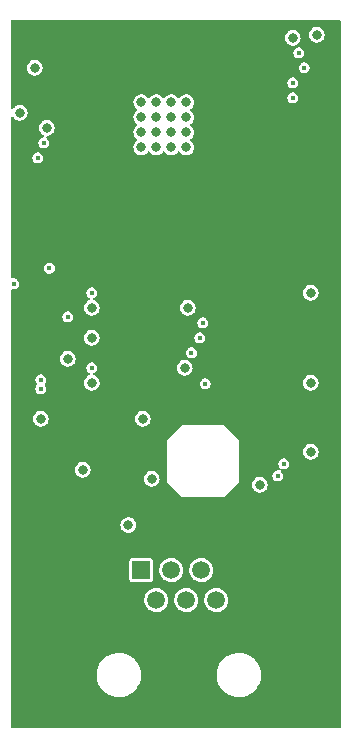
<source format=gbr>
%TF.GenerationSoftware,KiCad,Pcbnew,(6.0.0-rc1-343-g73b39e836d)*%
%TF.CreationDate,2021-12-09T15:59:46-05:00*%
%TF.ProjectId,Celestron-WiFi,43656c65-7374-4726-9f6e-2d576946692e,rev?*%
%TF.SameCoordinates,Original*%
%TF.FileFunction,Copper,L3,Inr*%
%TF.FilePolarity,Positive*%
%FSLAX46Y46*%
G04 Gerber Fmt 4.6, Leading zero omitted, Abs format (unit mm)*
G04 Created by KiCad (PCBNEW (6.0.0-rc1-343-g73b39e836d)) date 2021-12-09 15:59:46*
%MOMM*%
%LPD*%
G01*
G04 APERTURE LIST*
%TA.AperFunction,ComponentPad*%
%ADD10R,1.520000X1.520000*%
%TD*%
%TA.AperFunction,ComponentPad*%
%ADD11C,1.520000*%
%TD*%
%TA.AperFunction,ViaPad*%
%ADD12C,0.812800*%
%TD*%
%TA.AperFunction,ViaPad*%
%ADD13C,0.406400*%
%TD*%
G04 APERTURE END LIST*
D10*
%TO.N,DTR*%
%TO.C,J2*%
X123068004Y-106783988D03*
D11*
%TO.N,/RX*%
X124338004Y-109323988D03*
%TO.N,+12V*%
X125608004Y-106783988D03*
%TO.N,/TX*%
X126878004Y-109323988D03*
%TO.N,GND*%
X128148004Y-106783988D03*
%TO.N,/BUSY*%
X129418004Y-109323988D03*
%TD*%
D12*
%TO.N,GND*%
X126873000Y-70993000D03*
X125603000Y-70993000D03*
X124333000Y-70993000D03*
X123063000Y-70993000D03*
X126873000Y-69723000D03*
X125603000Y-69723000D03*
X124333000Y-69723000D03*
X123063000Y-69723000D03*
X126873000Y-68453000D03*
X125603000Y-68453000D03*
X124333000Y-68453000D03*
X123063000Y-68453000D03*
X126873000Y-67183000D03*
X125603000Y-67183000D03*
X124333000Y-67183000D03*
X123063000Y-67183000D03*
X135890000Y-61722000D03*
X137413010Y-90932000D03*
X123952000Y-99060000D03*
X121964612Y-102974333D03*
X118872000Y-90932000D03*
X112776000Y-68072000D03*
X118110000Y-98298000D03*
X123190000Y-93980000D03*
X114046000Y-64262000D03*
X115062000Y-69342000D03*
X137922000Y-61468000D03*
X116840000Y-88900000D03*
X137414000Y-96774000D03*
X118872000Y-87122000D03*
X133096000Y-99568000D03*
X118872000Y-84582000D03*
X127000000Y-84582000D03*
X126746000Y-89662000D03*
X114554000Y-93980000D03*
X137413010Y-83312000D03*
D13*
%TO.N,EN*%
X115285064Y-81249064D03*
X116840000Y-85344000D03*
D12*
%TO.N,VCC*%
X136144000Y-105664000D03*
X134112000Y-96520000D03*
X137922000Y-67056000D03*
X116332000Y-105410000D03*
X133096000Y-95504000D03*
X115062000Y-68072000D03*
X127000000Y-83312000D03*
X135128000Y-99822000D03*
X112776000Y-64008000D03*
D13*
%TO.N,DTR*%
X112268000Y-82550000D03*
%TO.N,/RX*%
X114554000Y-91440000D03*
%TO.N,/TX*%
X114554000Y-90678000D03*
%TO.N,/BUSY*%
X128270000Y-85852000D03*
X128472700Y-91027342D03*
%TO.N,IO32*%
X127305300Y-88392000D03*
X114808000Y-70612000D03*
%TO.N,IO33*%
X114300000Y-71882000D03*
X128016000Y-87122000D03*
%TO.N,RXD0*%
X135890000Y-66802000D03*
X118872000Y-89662000D03*
%TO.N,TXD0*%
X118872000Y-83312000D03*
X135890000Y-65532000D03*
%TO.N,TXG*%
X135128000Y-97790000D03*
X136854700Y-64262000D03*
%TO.N,RXG*%
X134620000Y-98806000D03*
X136398000Y-62992000D03*
%TD*%
%TA.AperFunction,Conductor*%
%TO.N,VCC*%
G36*
X139896121Y-60218002D02*
G01*
X139942614Y-60271658D01*
X139954000Y-60324000D01*
X139954000Y-120016000D01*
X139933998Y-120084121D01*
X139880342Y-120130614D01*
X139828000Y-120142000D01*
X112140000Y-120142000D01*
X112071879Y-120121998D01*
X112025386Y-120068342D01*
X112014000Y-120016000D01*
X112014000Y-115614801D01*
X119274633Y-115614801D01*
X119274808Y-115619252D01*
X119281481Y-115789093D01*
X119285082Y-115880760D01*
X119332902Y-116142595D01*
X119334311Y-116146818D01*
X119389511Y-116312272D01*
X119417137Y-116395079D01*
X119536107Y-116633175D01*
X119687438Y-116852133D01*
X119690460Y-116855402D01*
X119810534Y-116985297D01*
X119868111Y-117047584D01*
X119871565Y-117050396D01*
X120071064Y-117212814D01*
X120071068Y-117212817D01*
X120074521Y-117215628D01*
X120078343Y-117217929D01*
X120235726Y-117312681D01*
X120302549Y-117352912D01*
X120397900Y-117393288D01*
X120543543Y-117454961D01*
X120543548Y-117454963D01*
X120547646Y-117456698D01*
X120551943Y-117457837D01*
X120551948Y-117457839D01*
X120676283Y-117490805D01*
X120804921Y-117524913D01*
X120809338Y-117525436D01*
X120809339Y-117525436D01*
X120868099Y-117532391D01*
X121069241Y-117556197D01*
X121335332Y-117549926D01*
X121339726Y-117549195D01*
X121339733Y-117549194D01*
X121593483Y-117506959D01*
X121593487Y-117506958D01*
X121597885Y-117506226D01*
X121764009Y-117453688D01*
X121847415Y-117427310D01*
X121847417Y-117427309D01*
X121851661Y-117425967D01*
X122091597Y-117310751D01*
X122095303Y-117308275D01*
X122309197Y-117165356D01*
X122309201Y-117165353D01*
X122312905Y-117162878D01*
X122316222Y-117159907D01*
X122316226Y-117159904D01*
X122507854Y-116988267D01*
X122511170Y-116985297D01*
X122682436Y-116781552D01*
X122823284Y-116555709D01*
X122930907Y-116312272D01*
X123003155Y-116056100D01*
X123026706Y-115880760D01*
X123038160Y-115795486D01*
X123038161Y-115795478D01*
X123038587Y-115792304D01*
X123042305Y-115673988D01*
X123038114Y-115614801D01*
X129434633Y-115614801D01*
X129434808Y-115619252D01*
X129441481Y-115789093D01*
X129445082Y-115880760D01*
X129492902Y-116142595D01*
X129494311Y-116146818D01*
X129549511Y-116312272D01*
X129577137Y-116395079D01*
X129696107Y-116633175D01*
X129847438Y-116852133D01*
X129850460Y-116855402D01*
X129970534Y-116985297D01*
X130028111Y-117047584D01*
X130031565Y-117050396D01*
X130231064Y-117212814D01*
X130231068Y-117212817D01*
X130234521Y-117215628D01*
X130238343Y-117217929D01*
X130395726Y-117312681D01*
X130462549Y-117352912D01*
X130557900Y-117393288D01*
X130703543Y-117454961D01*
X130703548Y-117454963D01*
X130707646Y-117456698D01*
X130711943Y-117457837D01*
X130711948Y-117457839D01*
X130836283Y-117490805D01*
X130964921Y-117524913D01*
X130969338Y-117525436D01*
X130969339Y-117525436D01*
X131028099Y-117532391D01*
X131229241Y-117556197D01*
X131495332Y-117549926D01*
X131499726Y-117549195D01*
X131499733Y-117549194D01*
X131753483Y-117506959D01*
X131753487Y-117506958D01*
X131757885Y-117506226D01*
X131924009Y-117453688D01*
X132007415Y-117427310D01*
X132007417Y-117427309D01*
X132011661Y-117425967D01*
X132251597Y-117310751D01*
X132255303Y-117308275D01*
X132469197Y-117165356D01*
X132469201Y-117165353D01*
X132472905Y-117162878D01*
X132476222Y-117159907D01*
X132476226Y-117159904D01*
X132667854Y-116988267D01*
X132671170Y-116985297D01*
X132842436Y-116781552D01*
X132983284Y-116555709D01*
X133090907Y-116312272D01*
X133163155Y-116056100D01*
X133186706Y-115880760D01*
X133198160Y-115795486D01*
X133198161Y-115795478D01*
X133198587Y-115792304D01*
X133202305Y-115673988D01*
X133183507Y-115408488D01*
X133170920Y-115350022D01*
X133128423Y-115152637D01*
X133127486Y-115148285D01*
X133108211Y-115096036D01*
X133036903Y-114902748D01*
X133035362Y-114898571D01*
X132908972Y-114664329D01*
X132750838Y-114450232D01*
X132710571Y-114409327D01*
X132567246Y-114263734D01*
X132564115Y-114260553D01*
X132352528Y-114099075D01*
X132300511Y-114069944D01*
X132124186Y-113971197D01*
X132124183Y-113971196D01*
X132120300Y-113969021D01*
X132116161Y-113967420D01*
X132116153Y-113967416D01*
X131932290Y-113896286D01*
X131872064Y-113872986D01*
X131867739Y-113871983D01*
X131867734Y-113871982D01*
X131725575Y-113839032D01*
X131612774Y-113812886D01*
X131347601Y-113789919D01*
X131343166Y-113790163D01*
X131343162Y-113790163D01*
X131086281Y-113804300D01*
X131086274Y-113804301D01*
X131081838Y-113804545D01*
X130820788Y-113856471D01*
X130816578Y-113857949D01*
X130816576Y-113857950D01*
X130670124Y-113909381D01*
X130569658Y-113944662D01*
X130565707Y-113946715D01*
X130565701Y-113946717D01*
X130337409Y-114065305D01*
X130333459Y-114067357D01*
X130329844Y-114069940D01*
X130329838Y-114069944D01*
X130193129Y-114167638D01*
X130116905Y-114222109D01*
X129924316Y-114405830D01*
X129759535Y-114614854D01*
X129625850Y-114845010D01*
X129624182Y-114849127D01*
X129624179Y-114849134D01*
X129527601Y-115087574D01*
X129525927Y-115091707D01*
X129461762Y-115350022D01*
X129434633Y-115614801D01*
X123038114Y-115614801D01*
X123023507Y-115408488D01*
X123010920Y-115350022D01*
X122968423Y-115152637D01*
X122967486Y-115148285D01*
X122948211Y-115096036D01*
X122876903Y-114902748D01*
X122875362Y-114898571D01*
X122748972Y-114664329D01*
X122590838Y-114450232D01*
X122550571Y-114409327D01*
X122407246Y-114263734D01*
X122404115Y-114260553D01*
X122192528Y-114099075D01*
X122140511Y-114069944D01*
X121964186Y-113971197D01*
X121964183Y-113971196D01*
X121960300Y-113969021D01*
X121956161Y-113967420D01*
X121956153Y-113967416D01*
X121772290Y-113896286D01*
X121712064Y-113872986D01*
X121707739Y-113871983D01*
X121707734Y-113871982D01*
X121565575Y-113839032D01*
X121452774Y-113812886D01*
X121187601Y-113789919D01*
X121183166Y-113790163D01*
X121183162Y-113790163D01*
X120926281Y-113804300D01*
X120926274Y-113804301D01*
X120921838Y-113804545D01*
X120660788Y-113856471D01*
X120656578Y-113857949D01*
X120656576Y-113857950D01*
X120510124Y-113909381D01*
X120409658Y-113944662D01*
X120405707Y-113946715D01*
X120405701Y-113946717D01*
X120177409Y-114065305D01*
X120173459Y-114067357D01*
X120169844Y-114069940D01*
X120169838Y-114069944D01*
X120033129Y-114167638D01*
X119956905Y-114222109D01*
X119764316Y-114405830D01*
X119599535Y-114614854D01*
X119465850Y-114845010D01*
X119464182Y-114849127D01*
X119464179Y-114849134D01*
X119367601Y-115087574D01*
X119365927Y-115091707D01*
X119301762Y-115350022D01*
X119274633Y-115614801D01*
X112014000Y-115614801D01*
X112014000Y-109309755D01*
X123318694Y-109309755D01*
X123335342Y-109508011D01*
X123390181Y-109699257D01*
X123393000Y-109704742D01*
X123478305Y-109870728D01*
X123478308Y-109870733D01*
X123481123Y-109876210D01*
X123604703Y-110032129D01*
X123609397Y-110036124D01*
X123644512Y-110066009D01*
X123756213Y-110161075D01*
X123761591Y-110164081D01*
X123761593Y-110164082D01*
X123803461Y-110187481D01*
X123929885Y-110258136D01*
X123935744Y-110260040D01*
X123935747Y-110260041D01*
X124113238Y-110317712D01*
X124119101Y-110319617D01*
X124125221Y-110320347D01*
X124125222Y-110320347D01*
X124174754Y-110326253D01*
X124316655Y-110343173D01*
X124322790Y-110342701D01*
X124322792Y-110342701D01*
X124508882Y-110328383D01*
X124508887Y-110328382D01*
X124515023Y-110327910D01*
X124520955Y-110326254D01*
X124520959Y-110326253D01*
X124610835Y-110301159D01*
X124706647Y-110274407D01*
X124884231Y-110184703D01*
X124914474Y-110161075D01*
X125036152Y-110066009D01*
X125041008Y-110062215D01*
X125171009Y-109911608D01*
X125174052Y-109906251D01*
X125174055Y-109906247D01*
X125220144Y-109825114D01*
X125269280Y-109738619D01*
X125280550Y-109704742D01*
X125330133Y-109555689D01*
X125332080Y-109549837D01*
X125357016Y-109352452D01*
X125357413Y-109323988D01*
X125356018Y-109309755D01*
X125858694Y-109309755D01*
X125875342Y-109508011D01*
X125930181Y-109699257D01*
X125933000Y-109704742D01*
X126018305Y-109870728D01*
X126018308Y-109870733D01*
X126021123Y-109876210D01*
X126144703Y-110032129D01*
X126149397Y-110036124D01*
X126184512Y-110066009D01*
X126296213Y-110161075D01*
X126301591Y-110164081D01*
X126301593Y-110164082D01*
X126343461Y-110187481D01*
X126469885Y-110258136D01*
X126475744Y-110260040D01*
X126475747Y-110260041D01*
X126653238Y-110317712D01*
X126659101Y-110319617D01*
X126665221Y-110320347D01*
X126665222Y-110320347D01*
X126714754Y-110326253D01*
X126856655Y-110343173D01*
X126862790Y-110342701D01*
X126862792Y-110342701D01*
X127048882Y-110328383D01*
X127048887Y-110328382D01*
X127055023Y-110327910D01*
X127060955Y-110326254D01*
X127060959Y-110326253D01*
X127150835Y-110301159D01*
X127246647Y-110274407D01*
X127424231Y-110184703D01*
X127454474Y-110161075D01*
X127576152Y-110066009D01*
X127581008Y-110062215D01*
X127711009Y-109911608D01*
X127714052Y-109906251D01*
X127714055Y-109906247D01*
X127760144Y-109825114D01*
X127809280Y-109738619D01*
X127820550Y-109704742D01*
X127870133Y-109555689D01*
X127872080Y-109549837D01*
X127897016Y-109352452D01*
X127897413Y-109323988D01*
X127896018Y-109309755D01*
X128398694Y-109309755D01*
X128415342Y-109508011D01*
X128470181Y-109699257D01*
X128473000Y-109704742D01*
X128558305Y-109870728D01*
X128558308Y-109870733D01*
X128561123Y-109876210D01*
X128684703Y-110032129D01*
X128689397Y-110036124D01*
X128724512Y-110066009D01*
X128836213Y-110161075D01*
X128841591Y-110164081D01*
X128841593Y-110164082D01*
X128883461Y-110187481D01*
X129009885Y-110258136D01*
X129015744Y-110260040D01*
X129015747Y-110260041D01*
X129193238Y-110317712D01*
X129199101Y-110319617D01*
X129205221Y-110320347D01*
X129205222Y-110320347D01*
X129254754Y-110326253D01*
X129396655Y-110343173D01*
X129402790Y-110342701D01*
X129402792Y-110342701D01*
X129588882Y-110328383D01*
X129588887Y-110328382D01*
X129595023Y-110327910D01*
X129600955Y-110326254D01*
X129600959Y-110326253D01*
X129690835Y-110301159D01*
X129786647Y-110274407D01*
X129964231Y-110184703D01*
X129994474Y-110161075D01*
X130116152Y-110066009D01*
X130121008Y-110062215D01*
X130251009Y-109911608D01*
X130254052Y-109906251D01*
X130254055Y-109906247D01*
X130300144Y-109825114D01*
X130349280Y-109738619D01*
X130360550Y-109704742D01*
X130410133Y-109555689D01*
X130412080Y-109549837D01*
X130437016Y-109352452D01*
X130437413Y-109323988D01*
X130436018Y-109309755D01*
X130418600Y-109132117D01*
X130417999Y-109125984D01*
X130360495Y-108935521D01*
X130267091Y-108759856D01*
X130141347Y-108605678D01*
X129988050Y-108478860D01*
X129928893Y-108446874D01*
X129818466Y-108387165D01*
X129818463Y-108387164D01*
X129813041Y-108384232D01*
X129622985Y-108325400D01*
X129616860Y-108324756D01*
X129616859Y-108324756D01*
X129431250Y-108305248D01*
X129431248Y-108305248D01*
X129425121Y-108304604D01*
X129342809Y-108312095D01*
X129233125Y-108322077D01*
X129233122Y-108322078D01*
X129226986Y-108322636D01*
X129221080Y-108324374D01*
X129221076Y-108324375D01*
X129075224Y-108367301D01*
X129036127Y-108378808D01*
X129030667Y-108381662D01*
X129030668Y-108381662D01*
X128865273Y-108468128D01*
X128865269Y-108468131D01*
X128859813Y-108470983D01*
X128704761Y-108595648D01*
X128576876Y-108748056D01*
X128481029Y-108922400D01*
X128420872Y-109112041D01*
X128398694Y-109309755D01*
X127896018Y-109309755D01*
X127878600Y-109132117D01*
X127877999Y-109125984D01*
X127820495Y-108935521D01*
X127727091Y-108759856D01*
X127601347Y-108605678D01*
X127448050Y-108478860D01*
X127388893Y-108446874D01*
X127278466Y-108387165D01*
X127278463Y-108387164D01*
X127273041Y-108384232D01*
X127082985Y-108325400D01*
X127076860Y-108324756D01*
X127076859Y-108324756D01*
X126891250Y-108305248D01*
X126891248Y-108305248D01*
X126885121Y-108304604D01*
X126802809Y-108312095D01*
X126693125Y-108322077D01*
X126693122Y-108322078D01*
X126686986Y-108322636D01*
X126681080Y-108324374D01*
X126681076Y-108324375D01*
X126535224Y-108367301D01*
X126496127Y-108378808D01*
X126490667Y-108381662D01*
X126490668Y-108381662D01*
X126325273Y-108468128D01*
X126325269Y-108468131D01*
X126319813Y-108470983D01*
X126164761Y-108595648D01*
X126036876Y-108748056D01*
X125941029Y-108922400D01*
X125880872Y-109112041D01*
X125858694Y-109309755D01*
X125356018Y-109309755D01*
X125338600Y-109132117D01*
X125337999Y-109125984D01*
X125280495Y-108935521D01*
X125187091Y-108759856D01*
X125061347Y-108605678D01*
X124908050Y-108478860D01*
X124848893Y-108446874D01*
X124738466Y-108387165D01*
X124738463Y-108387164D01*
X124733041Y-108384232D01*
X124542985Y-108325400D01*
X124536860Y-108324756D01*
X124536859Y-108324756D01*
X124351250Y-108305248D01*
X124351248Y-108305248D01*
X124345121Y-108304604D01*
X124262809Y-108312095D01*
X124153125Y-108322077D01*
X124153122Y-108322078D01*
X124146986Y-108322636D01*
X124141080Y-108324374D01*
X124141076Y-108324375D01*
X123995224Y-108367301D01*
X123956127Y-108378808D01*
X123950667Y-108381662D01*
X123950668Y-108381662D01*
X123785273Y-108468128D01*
X123785269Y-108468131D01*
X123779813Y-108470983D01*
X123624761Y-108595648D01*
X123496876Y-108748056D01*
X123401029Y-108922400D01*
X123340872Y-109112041D01*
X123318694Y-109309755D01*
X112014000Y-109309755D01*
X112014000Y-105998921D01*
X122053504Y-105998921D01*
X122053505Y-107569054D01*
X122060616Y-107604806D01*
X122064450Y-107624082D01*
X122068270Y-107643289D01*
X122124520Y-107727472D01*
X122208703Y-107783722D01*
X122282937Y-107798488D01*
X123067877Y-107798488D01*
X123853070Y-107798487D01*
X123888822Y-107791376D01*
X123915130Y-107786144D01*
X123915132Y-107786143D01*
X123927305Y-107783722D01*
X123937625Y-107776827D01*
X123937626Y-107776826D01*
X124001172Y-107734365D01*
X124011488Y-107727472D01*
X124067738Y-107643289D01*
X124082504Y-107569055D01*
X124082503Y-106769755D01*
X124588694Y-106769755D01*
X124605342Y-106968011D01*
X124660181Y-107159257D01*
X124663000Y-107164742D01*
X124748305Y-107330728D01*
X124748308Y-107330733D01*
X124751123Y-107336210D01*
X124874703Y-107492129D01*
X124879397Y-107496124D01*
X124914512Y-107526009D01*
X125026213Y-107621075D01*
X125031591Y-107624081D01*
X125031593Y-107624082D01*
X125084428Y-107653610D01*
X125199885Y-107718136D01*
X125205744Y-107720040D01*
X125205747Y-107720041D01*
X125380511Y-107776826D01*
X125389101Y-107779617D01*
X125395221Y-107780347D01*
X125395222Y-107780347D01*
X125443840Y-107786144D01*
X125586655Y-107803173D01*
X125592790Y-107802701D01*
X125592792Y-107802701D01*
X125778882Y-107788383D01*
X125778887Y-107788382D01*
X125785023Y-107787910D01*
X125790955Y-107786254D01*
X125790959Y-107786253D01*
X125880835Y-107761158D01*
X125976647Y-107734407D01*
X126154231Y-107644703D01*
X126184474Y-107621075D01*
X126306152Y-107526009D01*
X126311008Y-107522215D01*
X126441009Y-107371608D01*
X126444052Y-107366251D01*
X126444055Y-107366247D01*
X126490144Y-107285114D01*
X126539280Y-107198619D01*
X126550550Y-107164742D01*
X126600133Y-107015689D01*
X126602080Y-107009837D01*
X126627016Y-106812452D01*
X126627413Y-106783988D01*
X126626018Y-106769755D01*
X127128694Y-106769755D01*
X127145342Y-106968011D01*
X127200181Y-107159257D01*
X127203000Y-107164742D01*
X127288305Y-107330728D01*
X127288308Y-107330733D01*
X127291123Y-107336210D01*
X127414703Y-107492129D01*
X127419397Y-107496124D01*
X127454512Y-107526009D01*
X127566213Y-107621075D01*
X127571591Y-107624081D01*
X127571593Y-107624082D01*
X127624428Y-107653610D01*
X127739885Y-107718136D01*
X127745744Y-107720040D01*
X127745747Y-107720041D01*
X127920511Y-107776826D01*
X127929101Y-107779617D01*
X127935221Y-107780347D01*
X127935222Y-107780347D01*
X127983840Y-107786144D01*
X128126655Y-107803173D01*
X128132790Y-107802701D01*
X128132792Y-107802701D01*
X128318882Y-107788383D01*
X128318887Y-107788382D01*
X128325023Y-107787910D01*
X128330955Y-107786254D01*
X128330959Y-107786253D01*
X128420835Y-107761158D01*
X128516647Y-107734407D01*
X128694231Y-107644703D01*
X128724474Y-107621075D01*
X128846152Y-107526009D01*
X128851008Y-107522215D01*
X128981009Y-107371608D01*
X128984052Y-107366251D01*
X128984055Y-107366247D01*
X129030144Y-107285114D01*
X129079280Y-107198619D01*
X129090550Y-107164742D01*
X129140133Y-107015689D01*
X129142080Y-107009837D01*
X129167016Y-106812452D01*
X129167413Y-106783988D01*
X129166018Y-106769755D01*
X129148600Y-106592117D01*
X129147999Y-106585984D01*
X129090495Y-106395521D01*
X128997091Y-106219856D01*
X128871347Y-106065678D01*
X128718050Y-105938860D01*
X128658893Y-105906874D01*
X128548466Y-105847165D01*
X128548463Y-105847164D01*
X128543041Y-105844232D01*
X128352985Y-105785400D01*
X128346860Y-105784756D01*
X128346859Y-105784756D01*
X128161250Y-105765248D01*
X128161248Y-105765248D01*
X128155121Y-105764604D01*
X128072809Y-105772095D01*
X127963125Y-105782077D01*
X127963122Y-105782078D01*
X127956986Y-105782636D01*
X127951080Y-105784374D01*
X127951076Y-105784375D01*
X127805224Y-105827301D01*
X127766127Y-105838808D01*
X127760667Y-105841662D01*
X127760668Y-105841662D01*
X127595273Y-105928128D01*
X127595269Y-105928131D01*
X127589813Y-105930983D01*
X127434761Y-106055648D01*
X127306876Y-106208056D01*
X127211029Y-106382400D01*
X127150872Y-106572041D01*
X127128694Y-106769755D01*
X126626018Y-106769755D01*
X126608600Y-106592117D01*
X126607999Y-106585984D01*
X126550495Y-106395521D01*
X126457091Y-106219856D01*
X126331347Y-106065678D01*
X126178050Y-105938860D01*
X126118893Y-105906874D01*
X126008466Y-105847165D01*
X126008463Y-105847164D01*
X126003041Y-105844232D01*
X125812985Y-105785400D01*
X125806860Y-105784756D01*
X125806859Y-105784756D01*
X125621250Y-105765248D01*
X125621248Y-105765248D01*
X125615121Y-105764604D01*
X125532809Y-105772095D01*
X125423125Y-105782077D01*
X125423122Y-105782078D01*
X125416986Y-105782636D01*
X125411080Y-105784374D01*
X125411076Y-105784375D01*
X125265224Y-105827301D01*
X125226127Y-105838808D01*
X125220667Y-105841662D01*
X125220668Y-105841662D01*
X125055273Y-105928128D01*
X125055269Y-105928131D01*
X125049813Y-105930983D01*
X124894761Y-106055648D01*
X124766876Y-106208056D01*
X124671029Y-106382400D01*
X124610872Y-106572041D01*
X124588694Y-106769755D01*
X124082503Y-106769755D01*
X124082503Y-105998922D01*
X124067738Y-105924687D01*
X124011488Y-105840504D01*
X123927305Y-105784254D01*
X123853071Y-105769488D01*
X123068131Y-105769488D01*
X122282938Y-105769489D01*
X122247186Y-105776600D01*
X122220878Y-105781832D01*
X122220876Y-105781833D01*
X122208703Y-105784254D01*
X122198383Y-105791149D01*
X122198382Y-105791150D01*
X122137989Y-105831504D01*
X122124520Y-105840504D01*
X122068270Y-105924687D01*
X122053504Y-105998921D01*
X112014000Y-105998921D01*
X112014000Y-102967361D01*
X121298895Y-102967361D01*
X121316448Y-103126359D01*
X121371421Y-103276579D01*
X121375658Y-103282885D01*
X121375660Y-103282888D01*
X121379104Y-103288013D01*
X121460640Y-103409350D01*
X121578953Y-103517008D01*
X121719532Y-103593335D01*
X121874259Y-103633927D01*
X121958645Y-103635253D01*
X122026605Y-103636321D01*
X122026608Y-103636321D01*
X122034202Y-103636440D01*
X122089946Y-103623673D01*
X122182725Y-103602424D01*
X122182729Y-103602423D01*
X122190128Y-103600728D01*
X122261229Y-103564968D01*
X122326252Y-103532266D01*
X122326255Y-103532264D01*
X122333035Y-103528854D01*
X122338807Y-103523925D01*
X122338809Y-103523923D01*
X122448900Y-103429896D01*
X122448901Y-103429895D01*
X122454672Y-103424966D01*
X122548017Y-103295062D01*
X122607681Y-103146643D01*
X122630220Y-102988275D01*
X122630366Y-102974333D01*
X122629523Y-102967361D01*
X122612061Y-102823068D01*
X122611149Y-102815528D01*
X122554606Y-102665892D01*
X122464001Y-102534062D01*
X122416886Y-102492084D01*
X122350239Y-102432703D01*
X122350236Y-102432701D01*
X122344567Y-102427650D01*
X122330531Y-102420218D01*
X122209909Y-102356352D01*
X122209910Y-102356352D01*
X122203197Y-102352798D01*
X122195832Y-102350948D01*
X122055424Y-102315680D01*
X122055420Y-102315680D01*
X122048053Y-102313829D01*
X122040453Y-102313789D01*
X122040452Y-102313789D01*
X121974759Y-102313445D01*
X121888092Y-102312991D01*
X121880712Y-102314763D01*
X121880710Y-102314763D01*
X121739929Y-102348562D01*
X121739927Y-102348563D01*
X121732549Y-102350334D01*
X121590403Y-102423701D01*
X121584681Y-102428693D01*
X121584679Y-102428694D01*
X121517808Y-102487030D01*
X121469860Y-102528857D01*
X121377881Y-102659730D01*
X121319774Y-102808767D01*
X121298895Y-102967361D01*
X112014000Y-102967361D01*
X112014000Y-99053028D01*
X123286283Y-99053028D01*
X123303836Y-99212026D01*
X123358809Y-99362246D01*
X123363046Y-99368552D01*
X123363048Y-99368555D01*
X123390877Y-99409968D01*
X123448028Y-99495017D01*
X123566341Y-99602675D01*
X123706920Y-99679002D01*
X123861647Y-99719594D01*
X123946033Y-99720920D01*
X124013993Y-99721988D01*
X124013996Y-99721988D01*
X124021590Y-99722107D01*
X124077334Y-99709340D01*
X124170113Y-99688091D01*
X124170117Y-99688090D01*
X124177516Y-99686395D01*
X124248617Y-99650635D01*
X124313640Y-99617933D01*
X124313643Y-99617931D01*
X124320423Y-99614521D01*
X124326195Y-99609592D01*
X124326197Y-99609590D01*
X124436288Y-99515563D01*
X124436289Y-99515562D01*
X124442060Y-99510633D01*
X124514950Y-99409195D01*
X124530974Y-99386896D01*
X124530975Y-99386894D01*
X124535405Y-99380729D01*
X124557080Y-99326812D01*
X124562230Y-99314000D01*
X125222000Y-99314000D01*
X126492000Y-100584000D01*
X130048000Y-100584000D01*
X131070972Y-99561028D01*
X132430283Y-99561028D01*
X132447836Y-99720026D01*
X132502809Y-99870246D01*
X132507046Y-99876552D01*
X132507048Y-99876555D01*
X132510492Y-99881680D01*
X132592028Y-100003017D01*
X132710341Y-100110675D01*
X132850920Y-100187002D01*
X133005647Y-100227594D01*
X133090033Y-100228920D01*
X133157993Y-100229988D01*
X133157996Y-100229988D01*
X133165590Y-100230107D01*
X133221334Y-100217340D01*
X133314113Y-100196091D01*
X133314117Y-100196090D01*
X133321516Y-100194395D01*
X133392617Y-100158635D01*
X133457640Y-100125933D01*
X133457643Y-100125931D01*
X133464423Y-100122521D01*
X133470195Y-100117592D01*
X133470197Y-100117590D01*
X133580288Y-100023563D01*
X133580289Y-100023562D01*
X133586060Y-100018633D01*
X133679405Y-99888729D01*
X133739069Y-99740310D01*
X133761608Y-99581942D01*
X133761754Y-99568000D01*
X133760911Y-99561028D01*
X133743449Y-99416735D01*
X133742537Y-99409195D01*
X133706566Y-99314000D01*
X133688678Y-99266661D01*
X133688677Y-99266658D01*
X133685994Y-99259559D01*
X133595389Y-99127729D01*
X133516257Y-99057225D01*
X133481627Y-99026370D01*
X133481624Y-99026368D01*
X133475955Y-99021317D01*
X133461919Y-99013885D01*
X133357147Y-98958411D01*
X133334585Y-98946465D01*
X133327220Y-98944615D01*
X133186812Y-98909347D01*
X133186808Y-98909347D01*
X133179441Y-98907496D01*
X133171841Y-98907456D01*
X133171840Y-98907456D01*
X133106147Y-98907112D01*
X133019480Y-98906658D01*
X133012100Y-98908430D01*
X133012098Y-98908430D01*
X132871317Y-98942229D01*
X132871315Y-98942230D01*
X132863937Y-98944001D01*
X132721791Y-99017368D01*
X132716069Y-99022360D01*
X132716067Y-99022361D01*
X132693399Y-99042136D01*
X132601248Y-99122524D01*
X132578340Y-99155119D01*
X132528497Y-99226039D01*
X132509269Y-99253397D01*
X132504098Y-99266661D01*
X132462373Y-99373680D01*
X132451162Y-99402434D01*
X132450170Y-99409967D01*
X132450170Y-99409968D01*
X132436918Y-99510633D01*
X132430283Y-99561028D01*
X131070972Y-99561028D01*
X131318000Y-99314000D01*
X131318000Y-98800351D01*
X134157628Y-98800351D01*
X134158792Y-98809253D01*
X134158792Y-98809256D01*
X134159844Y-98817298D01*
X134174627Y-98930350D01*
X134227430Y-99050354D01*
X134311791Y-99150713D01*
X134319262Y-99155686D01*
X134319263Y-99155687D01*
X134335470Y-99166475D01*
X134420929Y-99223362D01*
X134497165Y-99247180D01*
X134537501Y-99259782D01*
X134537502Y-99259782D01*
X134546070Y-99262459D01*
X134610505Y-99263640D01*
X134668178Y-99264697D01*
X134668181Y-99264697D01*
X134677154Y-99264861D01*
X134719545Y-99253304D01*
X134794982Y-99232738D01*
X134794985Y-99232737D01*
X134803644Y-99230376D01*
X134811296Y-99225678D01*
X134907719Y-99166475D01*
X134907722Y-99166472D01*
X134915371Y-99161776D01*
X134950765Y-99122674D01*
X134964757Y-99107216D01*
X135003353Y-99064575D01*
X135008948Y-99053028D01*
X135056604Y-98954664D01*
X135056604Y-98954663D01*
X135060517Y-98946587D01*
X135082269Y-98817298D01*
X135082407Y-98806000D01*
X135063821Y-98676218D01*
X135040983Y-98625989D01*
X135013273Y-98565043D01*
X135013271Y-98565040D01*
X135009556Y-98556869D01*
X134923975Y-98457547D01*
X134921344Y-98455842D01*
X134884740Y-98398468D01*
X134884975Y-98327471D01*
X134923556Y-98267873D01*
X134988235Y-98238594D01*
X135036609Y-98242552D01*
X135036642Y-98242347D01*
X135039240Y-98242768D01*
X135043324Y-98243102D01*
X135045500Y-98243782D01*
X135045503Y-98243783D01*
X135054070Y-98246459D01*
X135118505Y-98247640D01*
X135176178Y-98248697D01*
X135176181Y-98248697D01*
X135185154Y-98248861D01*
X135226547Y-98237576D01*
X135302982Y-98216738D01*
X135302985Y-98216737D01*
X135311644Y-98214376D01*
X135335133Y-98199954D01*
X135415719Y-98150475D01*
X135415722Y-98150472D01*
X135423371Y-98145776D01*
X135511353Y-98048575D01*
X135522225Y-98026136D01*
X135564604Y-97938664D01*
X135564604Y-97938663D01*
X135568517Y-97930587D01*
X135590269Y-97801298D01*
X135590407Y-97790000D01*
X135574657Y-97680019D01*
X135573094Y-97669104D01*
X135573093Y-97669101D01*
X135571821Y-97660218D01*
X135565665Y-97646678D01*
X135521273Y-97549043D01*
X135521271Y-97549040D01*
X135517556Y-97540869D01*
X135431975Y-97441547D01*
X135416731Y-97431666D01*
X135329489Y-97375118D01*
X135329487Y-97375117D01*
X135321958Y-97370237D01*
X135196348Y-97332672D01*
X135187372Y-97332617D01*
X135187371Y-97332617D01*
X135132959Y-97332285D01*
X135065244Y-97331871D01*
X134939185Y-97367899D01*
X134931598Y-97372686D01*
X134931596Y-97372687D01*
X134899399Y-97393002D01*
X134828305Y-97437859D01*
X134741517Y-97536128D01*
X134685798Y-97654805D01*
X134684417Y-97663677D01*
X134667009Y-97775478D01*
X134667009Y-97775482D01*
X134665628Y-97784351D01*
X134666792Y-97793253D01*
X134666792Y-97793256D01*
X134667844Y-97801298D01*
X134682627Y-97914350D01*
X134735430Y-98034354D01*
X134819791Y-98134713D01*
X134827223Y-98139660D01*
X134864662Y-98199954D01*
X134863559Y-98270942D01*
X134824253Y-98330065D01*
X134759222Y-98358552D01*
X134707128Y-98354288D01*
X134696953Y-98351245D01*
X134696950Y-98351245D01*
X134688348Y-98348672D01*
X134679372Y-98348617D01*
X134679371Y-98348617D01*
X134624959Y-98348285D01*
X134557244Y-98347871D01*
X134431185Y-98383899D01*
X134423598Y-98388686D01*
X134423596Y-98388687D01*
X134365243Y-98425505D01*
X134320305Y-98453859D01*
X134233517Y-98552128D01*
X134229703Y-98560251D01*
X134229702Y-98560253D01*
X134207963Y-98606555D01*
X134177798Y-98670805D01*
X134176417Y-98679677D01*
X134159009Y-98791478D01*
X134159009Y-98791482D01*
X134157628Y-98800351D01*
X131318000Y-98800351D01*
X131318000Y-96767028D01*
X136748283Y-96767028D01*
X136765836Y-96926026D01*
X136820809Y-97076246D01*
X136825046Y-97082552D01*
X136825048Y-97082555D01*
X136828492Y-97087680D01*
X136910028Y-97209017D01*
X137028341Y-97316675D01*
X137035018Y-97320300D01*
X137035019Y-97320301D01*
X137062543Y-97335245D01*
X137168920Y-97393002D01*
X137323647Y-97433594D01*
X137408033Y-97434920D01*
X137475993Y-97435988D01*
X137475996Y-97435988D01*
X137483590Y-97436107D01*
X137539334Y-97423340D01*
X137632113Y-97402091D01*
X137632117Y-97402090D01*
X137639516Y-97400395D01*
X137710617Y-97364635D01*
X137775640Y-97331933D01*
X137775643Y-97331931D01*
X137782423Y-97328521D01*
X137788195Y-97323592D01*
X137788197Y-97323590D01*
X137898288Y-97229563D01*
X137898289Y-97229562D01*
X137904060Y-97224633D01*
X137997405Y-97094729D01*
X138057069Y-96946310D01*
X138079608Y-96787942D01*
X138079754Y-96774000D01*
X138078911Y-96767028D01*
X138061449Y-96622735D01*
X138060537Y-96615195D01*
X138003994Y-96465559D01*
X137913389Y-96333729D01*
X137866274Y-96291751D01*
X137799627Y-96232370D01*
X137799624Y-96232368D01*
X137793955Y-96227317D01*
X137779919Y-96219885D01*
X137659297Y-96156019D01*
X137659298Y-96156019D01*
X137652585Y-96152465D01*
X137645220Y-96150615D01*
X137504812Y-96115347D01*
X137504808Y-96115347D01*
X137497441Y-96113496D01*
X137489841Y-96113456D01*
X137489840Y-96113456D01*
X137424147Y-96113112D01*
X137337480Y-96112658D01*
X137330100Y-96114430D01*
X137330098Y-96114430D01*
X137189317Y-96148229D01*
X137189315Y-96148230D01*
X137181937Y-96150001D01*
X137039791Y-96223368D01*
X137034069Y-96228360D01*
X137034067Y-96228361D01*
X136967196Y-96286697D01*
X136919248Y-96328524D01*
X136827269Y-96459397D01*
X136769162Y-96608434D01*
X136748283Y-96767028D01*
X131318000Y-96767028D01*
X131318000Y-95758000D01*
X130048000Y-94488000D01*
X126492000Y-94488000D01*
X125222000Y-95758000D01*
X125222000Y-99314000D01*
X124562230Y-99314000D01*
X124592235Y-99239360D01*
X124592235Y-99239359D01*
X124595069Y-99232310D01*
X124617608Y-99073942D01*
X124617754Y-99060000D01*
X124616911Y-99053028D01*
X124605666Y-98960107D01*
X124598537Y-98901195D01*
X124578281Y-98847590D01*
X124544678Y-98758661D01*
X124544677Y-98758658D01*
X124541994Y-98751559D01*
X124451389Y-98619729D01*
X124380837Y-98556869D01*
X124337627Y-98518370D01*
X124337624Y-98518368D01*
X124331955Y-98513317D01*
X124317919Y-98505885D01*
X124197297Y-98442019D01*
X124197298Y-98442019D01*
X124190585Y-98438465D01*
X124183220Y-98436615D01*
X124042812Y-98401347D01*
X124042808Y-98401347D01*
X124035441Y-98399496D01*
X124027841Y-98399456D01*
X124027840Y-98399456D01*
X123962147Y-98399112D01*
X123875480Y-98398658D01*
X123868100Y-98400430D01*
X123868098Y-98400430D01*
X123727317Y-98434229D01*
X123727315Y-98434230D01*
X123719937Y-98436001D01*
X123577791Y-98509368D01*
X123572069Y-98514360D01*
X123572067Y-98514361D01*
X123531138Y-98550066D01*
X123457248Y-98614524D01*
X123423405Y-98662678D01*
X123373970Y-98733017D01*
X123365269Y-98745397D01*
X123307162Y-98894434D01*
X123306170Y-98901967D01*
X123306170Y-98901968D01*
X123287717Y-99042136D01*
X123286283Y-99053028D01*
X112014000Y-99053028D01*
X112014000Y-98291028D01*
X117444283Y-98291028D01*
X117461836Y-98450026D01*
X117516809Y-98600246D01*
X117521046Y-98606552D01*
X117521048Y-98606555D01*
X117558762Y-98662678D01*
X117606028Y-98733017D01*
X117724341Y-98840675D01*
X117864920Y-98917002D01*
X118019647Y-98957594D01*
X118104033Y-98958920D01*
X118171993Y-98959988D01*
X118171996Y-98959988D01*
X118179590Y-98960107D01*
X118239154Y-98946465D01*
X118328113Y-98926091D01*
X118328117Y-98926090D01*
X118335516Y-98924395D01*
X118409165Y-98887354D01*
X118471640Y-98855933D01*
X118471643Y-98855931D01*
X118478423Y-98852521D01*
X118484195Y-98847592D01*
X118484197Y-98847590D01*
X118594288Y-98753563D01*
X118594289Y-98753562D01*
X118600060Y-98748633D01*
X118661825Y-98662678D01*
X118688974Y-98624896D01*
X118688975Y-98624894D01*
X118693405Y-98618729D01*
X118720179Y-98552128D01*
X118750235Y-98477360D01*
X118750235Y-98477359D01*
X118753069Y-98470310D01*
X118775608Y-98311942D01*
X118775754Y-98298000D01*
X118774911Y-98291028D01*
X118757449Y-98146735D01*
X118756537Y-98139195D01*
X118751307Y-98125354D01*
X118702678Y-97996661D01*
X118702677Y-97996658D01*
X118699994Y-97989559D01*
X118609389Y-97857729D01*
X118551433Y-97806092D01*
X118495627Y-97756370D01*
X118495624Y-97756368D01*
X118489955Y-97751317D01*
X118475919Y-97743885D01*
X118355297Y-97680019D01*
X118355298Y-97680019D01*
X118348585Y-97676465D01*
X118341220Y-97674615D01*
X118200812Y-97639347D01*
X118200808Y-97639347D01*
X118193441Y-97637496D01*
X118185841Y-97637456D01*
X118185840Y-97637456D01*
X118120147Y-97637112D01*
X118033480Y-97636658D01*
X118026100Y-97638430D01*
X118026098Y-97638430D01*
X117885317Y-97672229D01*
X117885315Y-97672230D01*
X117877937Y-97674001D01*
X117735791Y-97747368D01*
X117730069Y-97752360D01*
X117730067Y-97752361D01*
X117703568Y-97775478D01*
X117615248Y-97852524D01*
X117523269Y-97983397D01*
X117465162Y-98132434D01*
X117464170Y-98139967D01*
X117464170Y-98139968D01*
X117450151Y-98246459D01*
X117444283Y-98291028D01*
X112014000Y-98291028D01*
X112014000Y-93973028D01*
X113888283Y-93973028D01*
X113905836Y-94132026D01*
X113960809Y-94282246D01*
X113965046Y-94288552D01*
X113965048Y-94288555D01*
X113968492Y-94293680D01*
X114050028Y-94415017D01*
X114168341Y-94522675D01*
X114308920Y-94599002D01*
X114463647Y-94639594D01*
X114548033Y-94640920D01*
X114615993Y-94641988D01*
X114615996Y-94641988D01*
X114623590Y-94642107D01*
X114679334Y-94629340D01*
X114772113Y-94608091D01*
X114772117Y-94608090D01*
X114779516Y-94606395D01*
X114850617Y-94570635D01*
X114915640Y-94537933D01*
X114915643Y-94537931D01*
X114922423Y-94534521D01*
X114928195Y-94529592D01*
X114928197Y-94529590D01*
X115038288Y-94435563D01*
X115038289Y-94435562D01*
X115044060Y-94430633D01*
X115137405Y-94300729D01*
X115197069Y-94152310D01*
X115219608Y-93993942D01*
X115219754Y-93980000D01*
X115218911Y-93973028D01*
X122524283Y-93973028D01*
X122541836Y-94132026D01*
X122596809Y-94282246D01*
X122601046Y-94288552D01*
X122601048Y-94288555D01*
X122604492Y-94293680D01*
X122686028Y-94415017D01*
X122804341Y-94522675D01*
X122944920Y-94599002D01*
X123099647Y-94639594D01*
X123184033Y-94640920D01*
X123251993Y-94641988D01*
X123251996Y-94641988D01*
X123259590Y-94642107D01*
X123315334Y-94629340D01*
X123408113Y-94608091D01*
X123408117Y-94608090D01*
X123415516Y-94606395D01*
X123486617Y-94570635D01*
X123551640Y-94537933D01*
X123551643Y-94537931D01*
X123558423Y-94534521D01*
X123564195Y-94529592D01*
X123564197Y-94529590D01*
X123674288Y-94435563D01*
X123674289Y-94435562D01*
X123680060Y-94430633D01*
X123773405Y-94300729D01*
X123833069Y-94152310D01*
X123855608Y-93993942D01*
X123855754Y-93980000D01*
X123854911Y-93973028D01*
X123837449Y-93828735D01*
X123836537Y-93821195D01*
X123779994Y-93671559D01*
X123689389Y-93539729D01*
X123642274Y-93497751D01*
X123575627Y-93438370D01*
X123575624Y-93438368D01*
X123569955Y-93433317D01*
X123555919Y-93425885D01*
X123435297Y-93362019D01*
X123435298Y-93362019D01*
X123428585Y-93358465D01*
X123421220Y-93356615D01*
X123280812Y-93321347D01*
X123280808Y-93321347D01*
X123273441Y-93319496D01*
X123265841Y-93319456D01*
X123265840Y-93319456D01*
X123200147Y-93319112D01*
X123113480Y-93318658D01*
X123106100Y-93320430D01*
X123106098Y-93320430D01*
X122965317Y-93354229D01*
X122965315Y-93354230D01*
X122957937Y-93356001D01*
X122815791Y-93429368D01*
X122810069Y-93434360D01*
X122810067Y-93434361D01*
X122743196Y-93492697D01*
X122695248Y-93534524D01*
X122603269Y-93665397D01*
X122545162Y-93814434D01*
X122524283Y-93973028D01*
X115218911Y-93973028D01*
X115201449Y-93828735D01*
X115200537Y-93821195D01*
X115143994Y-93671559D01*
X115053389Y-93539729D01*
X115006274Y-93497751D01*
X114939627Y-93438370D01*
X114939624Y-93438368D01*
X114933955Y-93433317D01*
X114919919Y-93425885D01*
X114799297Y-93362019D01*
X114799298Y-93362019D01*
X114792585Y-93358465D01*
X114785220Y-93356615D01*
X114644812Y-93321347D01*
X114644808Y-93321347D01*
X114637441Y-93319496D01*
X114629841Y-93319456D01*
X114629840Y-93319456D01*
X114564147Y-93319112D01*
X114477480Y-93318658D01*
X114470100Y-93320430D01*
X114470098Y-93320430D01*
X114329317Y-93354229D01*
X114329315Y-93354230D01*
X114321937Y-93356001D01*
X114179791Y-93429368D01*
X114174069Y-93434360D01*
X114174067Y-93434361D01*
X114107196Y-93492697D01*
X114059248Y-93534524D01*
X113967269Y-93665397D01*
X113909162Y-93814434D01*
X113888283Y-93973028D01*
X112014000Y-93973028D01*
X112014000Y-91434351D01*
X114091628Y-91434351D01*
X114092792Y-91443253D01*
X114092792Y-91443256D01*
X114094471Y-91456092D01*
X114108627Y-91564350D01*
X114161430Y-91684354D01*
X114245791Y-91784713D01*
X114253262Y-91789686D01*
X114253263Y-91789687D01*
X114269470Y-91800475D01*
X114354929Y-91857362D01*
X114444372Y-91885306D01*
X114471501Y-91893782D01*
X114471502Y-91893782D01*
X114480070Y-91896459D01*
X114544505Y-91897640D01*
X114602178Y-91898697D01*
X114602181Y-91898697D01*
X114611154Y-91898861D01*
X114652547Y-91887576D01*
X114728982Y-91866738D01*
X114728985Y-91866737D01*
X114737644Y-91864376D01*
X114749068Y-91857362D01*
X114841719Y-91800475D01*
X114841722Y-91800472D01*
X114849371Y-91795776D01*
X114937353Y-91698575D01*
X114948225Y-91676136D01*
X114990604Y-91588664D01*
X114990604Y-91588663D01*
X114994517Y-91580587D01*
X115016269Y-91451298D01*
X115016407Y-91440000D01*
X114997821Y-91310218D01*
X114991665Y-91296678D01*
X114947273Y-91199043D01*
X114947271Y-91199040D01*
X114943556Y-91190869D01*
X114937697Y-91184070D01*
X114937695Y-91184066D01*
X114902126Y-91142787D01*
X114900915Y-91141381D01*
X114871601Y-91076720D01*
X114881900Y-91006474D01*
X114902949Y-90974584D01*
X114937353Y-90936575D01*
X114942948Y-90925028D01*
X118206283Y-90925028D01*
X118223836Y-91084026D01*
X118278809Y-91234246D01*
X118283046Y-91240552D01*
X118283048Y-91240555D01*
X118313531Y-91285917D01*
X118368028Y-91367017D01*
X118486341Y-91474675D01*
X118493018Y-91478300D01*
X118493019Y-91478301D01*
X118499077Y-91481590D01*
X118626920Y-91551002D01*
X118781647Y-91591594D01*
X118866033Y-91592920D01*
X118933993Y-91593988D01*
X118933996Y-91593988D01*
X118941590Y-91594107D01*
X119000621Y-91580587D01*
X119090113Y-91560091D01*
X119090117Y-91560090D01*
X119097516Y-91558395D01*
X119168617Y-91522635D01*
X119233640Y-91489933D01*
X119233643Y-91489931D01*
X119240423Y-91486521D01*
X119246195Y-91481592D01*
X119246197Y-91481590D01*
X119356288Y-91387563D01*
X119356289Y-91387562D01*
X119362060Y-91382633D01*
X119423825Y-91296678D01*
X119450974Y-91258896D01*
X119450975Y-91258894D01*
X119455405Y-91252729D01*
X119482179Y-91186128D01*
X119512235Y-91111360D01*
X119512235Y-91111359D01*
X119515069Y-91104310D01*
X119526827Y-91021693D01*
X128010328Y-91021693D01*
X128011492Y-91030595D01*
X128011492Y-91030598D01*
X128012544Y-91038640D01*
X128027327Y-91151692D01*
X128080130Y-91271696D01*
X128164491Y-91372055D01*
X128171962Y-91377028D01*
X128171963Y-91377029D01*
X128187788Y-91387563D01*
X128273629Y-91444704D01*
X128310080Y-91456092D01*
X128390201Y-91481124D01*
X128390202Y-91481124D01*
X128398770Y-91483801D01*
X128463205Y-91484982D01*
X128520878Y-91486039D01*
X128520881Y-91486039D01*
X128529854Y-91486203D01*
X128590893Y-91469562D01*
X128647682Y-91454080D01*
X128647685Y-91454079D01*
X128656344Y-91451718D01*
X128663996Y-91447020D01*
X128760419Y-91387817D01*
X128760422Y-91387814D01*
X128768071Y-91383118D01*
X128856053Y-91285917D01*
X128866925Y-91263478D01*
X128909304Y-91176006D01*
X128909304Y-91176005D01*
X128913217Y-91167929D01*
X128934969Y-91038640D01*
X128935107Y-91027342D01*
X128927551Y-90974578D01*
X128920455Y-90925028D01*
X136747293Y-90925028D01*
X136764846Y-91084026D01*
X136819819Y-91234246D01*
X136824056Y-91240552D01*
X136824058Y-91240555D01*
X136854541Y-91285917D01*
X136909038Y-91367017D01*
X137027351Y-91474675D01*
X137034028Y-91478300D01*
X137034029Y-91478301D01*
X137040087Y-91481590D01*
X137167930Y-91551002D01*
X137322657Y-91591594D01*
X137407043Y-91592920D01*
X137475003Y-91593988D01*
X137475006Y-91593988D01*
X137482600Y-91594107D01*
X137541631Y-91580587D01*
X137631123Y-91560091D01*
X137631127Y-91560090D01*
X137638526Y-91558395D01*
X137709627Y-91522635D01*
X137774650Y-91489933D01*
X137774653Y-91489931D01*
X137781433Y-91486521D01*
X137787205Y-91481592D01*
X137787207Y-91481590D01*
X137897298Y-91387563D01*
X137897299Y-91387562D01*
X137903070Y-91382633D01*
X137964835Y-91296678D01*
X137991984Y-91258896D01*
X137991985Y-91258894D01*
X137996415Y-91252729D01*
X138023189Y-91186128D01*
X138053245Y-91111360D01*
X138053245Y-91111359D01*
X138056079Y-91104310D01*
X138078618Y-90945942D01*
X138078764Y-90932000D01*
X138077921Y-90925028D01*
X138060459Y-90780735D01*
X138059547Y-90773195D01*
X138054317Y-90759354D01*
X138005688Y-90630661D01*
X138005687Y-90630658D01*
X138003004Y-90623559D01*
X137912399Y-90491729D01*
X137841847Y-90428869D01*
X137798637Y-90390370D01*
X137798634Y-90390368D01*
X137792965Y-90385317D01*
X137778929Y-90377885D01*
X137674157Y-90322411D01*
X137651595Y-90310465D01*
X137643541Y-90308442D01*
X137503822Y-90273347D01*
X137503818Y-90273347D01*
X137496451Y-90271496D01*
X137488851Y-90271456D01*
X137488850Y-90271456D01*
X137423157Y-90271112D01*
X137336490Y-90270658D01*
X137329110Y-90272430D01*
X137329108Y-90272430D01*
X137188327Y-90306229D01*
X137188325Y-90306230D01*
X137180947Y-90308001D01*
X137038801Y-90381368D01*
X137033079Y-90386360D01*
X137033077Y-90386361D01*
X136992148Y-90422066D01*
X136918258Y-90486524D01*
X136884415Y-90534678D01*
X136836556Y-90602775D01*
X136826279Y-90617397D01*
X136768172Y-90766434D01*
X136767180Y-90773967D01*
X136767180Y-90773968D01*
X136748727Y-90914136D01*
X136747293Y-90925028D01*
X128920455Y-90925028D01*
X128917794Y-90906446D01*
X128917793Y-90906443D01*
X128916521Y-90897560D01*
X128910365Y-90884020D01*
X128865973Y-90786385D01*
X128865971Y-90786382D01*
X128862256Y-90778211D01*
X128776675Y-90678889D01*
X128702269Y-90630661D01*
X128674189Y-90612460D01*
X128674187Y-90612459D01*
X128666658Y-90607579D01*
X128541048Y-90570014D01*
X128532072Y-90569959D01*
X128532071Y-90569959D01*
X128477659Y-90569627D01*
X128409944Y-90569213D01*
X128283885Y-90605241D01*
X128276298Y-90610028D01*
X128276296Y-90610029D01*
X128217943Y-90646847D01*
X128173005Y-90675201D01*
X128086217Y-90773470D01*
X128082403Y-90781593D01*
X128082402Y-90781595D01*
X128061242Y-90826664D01*
X128030498Y-90892147D01*
X128024838Y-90928499D01*
X128011709Y-91012820D01*
X128011709Y-91012824D01*
X128010328Y-91021693D01*
X119526827Y-91021693D01*
X119537608Y-90945942D01*
X119537754Y-90932000D01*
X119536911Y-90925028D01*
X119519449Y-90780735D01*
X119518537Y-90773195D01*
X119513307Y-90759354D01*
X119464678Y-90630661D01*
X119464677Y-90630658D01*
X119461994Y-90623559D01*
X119371389Y-90491729D01*
X119300837Y-90428869D01*
X119257627Y-90390370D01*
X119257624Y-90390368D01*
X119251955Y-90385317D01*
X119237919Y-90377885D01*
X119133147Y-90322411D01*
X119110585Y-90310465D01*
X119102947Y-90308547D01*
X119102770Y-90308442D01*
X119096124Y-90305891D01*
X119096549Y-90304784D01*
X119041751Y-90272554D01*
X119009728Y-90209190D01*
X119017046Y-90138572D01*
X119061381Y-90083120D01*
X119067711Y-90078967D01*
X119159719Y-90022475D01*
X119159722Y-90022472D01*
X119167371Y-90017776D01*
X119205475Y-89975680D01*
X119249328Y-89927231D01*
X119255353Y-89920575D01*
X119266225Y-89898136D01*
X119308604Y-89810664D01*
X119308604Y-89810663D01*
X119312517Y-89802587D01*
X119334269Y-89673298D01*
X119334407Y-89662000D01*
X119333408Y-89655028D01*
X126080283Y-89655028D01*
X126097836Y-89814026D01*
X126152809Y-89964246D01*
X126157046Y-89970552D01*
X126157048Y-89970555D01*
X126198073Y-90031605D01*
X126242028Y-90097017D01*
X126360341Y-90204675D01*
X126367018Y-90208300D01*
X126367019Y-90208301D01*
X126394543Y-90223245D01*
X126500920Y-90281002D01*
X126655647Y-90321594D01*
X126740033Y-90322920D01*
X126807993Y-90323988D01*
X126807996Y-90323988D01*
X126815590Y-90324107D01*
X126883227Y-90308616D01*
X126964113Y-90290091D01*
X126964117Y-90290090D01*
X126971516Y-90288395D01*
X127042617Y-90252635D01*
X127107640Y-90219933D01*
X127107643Y-90219931D01*
X127114423Y-90216521D01*
X127120195Y-90211592D01*
X127120197Y-90211590D01*
X127230288Y-90117563D01*
X127230289Y-90117562D01*
X127236060Y-90112633D01*
X127300845Y-90022475D01*
X127324974Y-89988896D01*
X127324975Y-89988894D01*
X127329405Y-89982729D01*
X127357346Y-89913225D01*
X127386235Y-89841360D01*
X127386235Y-89841359D01*
X127389069Y-89834310D01*
X127411608Y-89675942D01*
X127411754Y-89662000D01*
X127411172Y-89657183D01*
X127399666Y-89562107D01*
X127392537Y-89503195D01*
X127372281Y-89449590D01*
X127338678Y-89360661D01*
X127338677Y-89360658D01*
X127335994Y-89353559D01*
X127245389Y-89221729D01*
X127198274Y-89179751D01*
X127131627Y-89120370D01*
X127131624Y-89120368D01*
X127125955Y-89115317D01*
X127111919Y-89107885D01*
X126991297Y-89044019D01*
X126991298Y-89044019D01*
X126984585Y-89040465D01*
X126977220Y-89038615D01*
X126836812Y-89003347D01*
X126836808Y-89003347D01*
X126829441Y-89001496D01*
X126821841Y-89001456D01*
X126821840Y-89001456D01*
X126756147Y-89001112D01*
X126669480Y-89000658D01*
X126662100Y-89002430D01*
X126662098Y-89002430D01*
X126521317Y-89036229D01*
X126521315Y-89036230D01*
X126513937Y-89038001D01*
X126371791Y-89111368D01*
X126366069Y-89116360D01*
X126366067Y-89116361D01*
X126299196Y-89174697D01*
X126251248Y-89216524D01*
X126236553Y-89237433D01*
X126167970Y-89335017D01*
X126159269Y-89347397D01*
X126101162Y-89496434D01*
X126100170Y-89503967D01*
X126100170Y-89503968D01*
X126095996Y-89535677D01*
X126080283Y-89655028D01*
X119333408Y-89655028D01*
X119329286Y-89626245D01*
X119317094Y-89541104D01*
X119317093Y-89541101D01*
X119315821Y-89532218D01*
X119306053Y-89510735D01*
X119265273Y-89421043D01*
X119265271Y-89421040D01*
X119261556Y-89412869D01*
X119175975Y-89313547D01*
X119162895Y-89305069D01*
X119073489Y-89247118D01*
X119073487Y-89247117D01*
X119065958Y-89242237D01*
X118940348Y-89204672D01*
X118931372Y-89204617D01*
X118931371Y-89204617D01*
X118876959Y-89204285D01*
X118809244Y-89203871D01*
X118683185Y-89239899D01*
X118675598Y-89244686D01*
X118675596Y-89244687D01*
X118617243Y-89281505D01*
X118572305Y-89309859D01*
X118566363Y-89316587D01*
X118544643Y-89341180D01*
X118485517Y-89408128D01*
X118481703Y-89416251D01*
X118481702Y-89416253D01*
X118463735Y-89454521D01*
X118429798Y-89526805D01*
X118428417Y-89535677D01*
X118411009Y-89647478D01*
X118411009Y-89647482D01*
X118409628Y-89656351D01*
X118410792Y-89665253D01*
X118410792Y-89665256D01*
X118418127Y-89721350D01*
X118426627Y-89786350D01*
X118479430Y-89906354D01*
X118563791Y-90006713D01*
X118571262Y-90011686D01*
X118571263Y-90011687D01*
X118672929Y-90079362D01*
X118671617Y-90081333D01*
X118714931Y-90120150D01*
X118733792Y-90188595D01*
X118712656Y-90256372D01*
X118651730Y-90304589D01*
X118647324Y-90306228D01*
X118639937Y-90308001D01*
X118633189Y-90311484D01*
X118633186Y-90311485D01*
X118504539Y-90377885D01*
X118497791Y-90381368D01*
X118492069Y-90386360D01*
X118492067Y-90386361D01*
X118451138Y-90422066D01*
X118377248Y-90486524D01*
X118343405Y-90534678D01*
X118295546Y-90602775D01*
X118285269Y-90617397D01*
X118227162Y-90766434D01*
X118226170Y-90773967D01*
X118226170Y-90773968D01*
X118207717Y-90914136D01*
X118206283Y-90925028D01*
X114942948Y-90925028D01*
X114990604Y-90826664D01*
X114990604Y-90826663D01*
X114994517Y-90818587D01*
X115016269Y-90689298D01*
X115016407Y-90678000D01*
X115001181Y-90571680D01*
X114999094Y-90557104D01*
X114999093Y-90557101D01*
X114997821Y-90548218D01*
X114972137Y-90491729D01*
X114947273Y-90437043D01*
X114947271Y-90437040D01*
X114943556Y-90428869D01*
X114857975Y-90329547D01*
X114842731Y-90319666D01*
X114755489Y-90263118D01*
X114755487Y-90263117D01*
X114747958Y-90258237D01*
X114622348Y-90220672D01*
X114613372Y-90220617D01*
X114613371Y-90220617D01*
X114558959Y-90220285D01*
X114491244Y-90219871D01*
X114365185Y-90255899D01*
X114357598Y-90260686D01*
X114357596Y-90260687D01*
X114325399Y-90281002D01*
X114254305Y-90325859D01*
X114167517Y-90424128D01*
X114111798Y-90542805D01*
X114107678Y-90569268D01*
X114093009Y-90663478D01*
X114093009Y-90663482D01*
X114091628Y-90672351D01*
X114092792Y-90681253D01*
X114092792Y-90681256D01*
X114093372Y-90685691D01*
X114108627Y-90802350D01*
X114161430Y-90922354D01*
X114170024Y-90932578D01*
X114208140Y-90977922D01*
X114236661Y-91042938D01*
X114225505Y-91113053D01*
X114206131Y-91142405D01*
X114190670Y-91159912D01*
X114167517Y-91186128D01*
X114163703Y-91194251D01*
X114163702Y-91194253D01*
X114141963Y-91240555D01*
X114111798Y-91304805D01*
X114110417Y-91313677D01*
X114093009Y-91425478D01*
X114093009Y-91425482D01*
X114091628Y-91434351D01*
X112014000Y-91434351D01*
X112014000Y-88893028D01*
X116174283Y-88893028D01*
X116191836Y-89052026D01*
X116246809Y-89202246D01*
X116251046Y-89208552D01*
X116251048Y-89208555D01*
X116270454Y-89237433D01*
X116336028Y-89335017D01*
X116454341Y-89442675D01*
X116594920Y-89519002D01*
X116749647Y-89559594D01*
X116834033Y-89560920D01*
X116901993Y-89561988D01*
X116901996Y-89561988D01*
X116909590Y-89562107D01*
X116965334Y-89549340D01*
X117058113Y-89528091D01*
X117058117Y-89528090D01*
X117065516Y-89526395D01*
X117139165Y-89489354D01*
X117201640Y-89457933D01*
X117201643Y-89457931D01*
X117208423Y-89454521D01*
X117214195Y-89449592D01*
X117214197Y-89449590D01*
X117324288Y-89355563D01*
X117324289Y-89355562D01*
X117330060Y-89350633D01*
X117409630Y-89239899D01*
X117418974Y-89226896D01*
X117418975Y-89226894D01*
X117423405Y-89220729D01*
X117467210Y-89111762D01*
X117480235Y-89079360D01*
X117480235Y-89079359D01*
X117483069Y-89072310D01*
X117505608Y-88913942D01*
X117505754Y-88900000D01*
X117504911Y-88893028D01*
X117487449Y-88748735D01*
X117486537Y-88741195D01*
X117481307Y-88727354D01*
X117432678Y-88598661D01*
X117432677Y-88598658D01*
X117429994Y-88591559D01*
X117339389Y-88459729D01*
X117281433Y-88408092D01*
X117257032Y-88386351D01*
X126842928Y-88386351D01*
X126844092Y-88395253D01*
X126844092Y-88395256D01*
X126845144Y-88403298D01*
X126859927Y-88516350D01*
X126912730Y-88636354D01*
X126997091Y-88736713D01*
X127004562Y-88741686D01*
X127004563Y-88741687D01*
X127015151Y-88748735D01*
X127106229Y-88809362D01*
X127195672Y-88837306D01*
X127222801Y-88845782D01*
X127222802Y-88845782D01*
X127231370Y-88848459D01*
X127295805Y-88849640D01*
X127353478Y-88850697D01*
X127353481Y-88850697D01*
X127362454Y-88850861D01*
X127403847Y-88839576D01*
X127480282Y-88818738D01*
X127480285Y-88818737D01*
X127488944Y-88816376D01*
X127500368Y-88809362D01*
X127593019Y-88752475D01*
X127593022Y-88752472D01*
X127600671Y-88747776D01*
X127688653Y-88650575D01*
X127699525Y-88628136D01*
X127741904Y-88540664D01*
X127741904Y-88540663D01*
X127745817Y-88532587D01*
X127767569Y-88403298D01*
X127767707Y-88392000D01*
X127751957Y-88282019D01*
X127750394Y-88271104D01*
X127750393Y-88271101D01*
X127749121Y-88262218D01*
X127742965Y-88248678D01*
X127698573Y-88151043D01*
X127698571Y-88151040D01*
X127694856Y-88142869D01*
X127609275Y-88043547D01*
X127596195Y-88035069D01*
X127506789Y-87977118D01*
X127506787Y-87977117D01*
X127499258Y-87972237D01*
X127373648Y-87934672D01*
X127364672Y-87934617D01*
X127364671Y-87934617D01*
X127310259Y-87934285D01*
X127242544Y-87933871D01*
X127116485Y-87969899D01*
X127108898Y-87974686D01*
X127108896Y-87974687D01*
X127050543Y-88011505D01*
X127005605Y-88039859D01*
X126918817Y-88138128D01*
X126863098Y-88256805D01*
X126861717Y-88265677D01*
X126844309Y-88377478D01*
X126844309Y-88377482D01*
X126842928Y-88386351D01*
X117257032Y-88386351D01*
X117225627Y-88358370D01*
X117225624Y-88358368D01*
X117219955Y-88353317D01*
X117205919Y-88345885D01*
X117085297Y-88282019D01*
X117085298Y-88282019D01*
X117078585Y-88278465D01*
X117071220Y-88276615D01*
X116930812Y-88241347D01*
X116930808Y-88241347D01*
X116923441Y-88239496D01*
X116915841Y-88239456D01*
X116915840Y-88239456D01*
X116850147Y-88239112D01*
X116763480Y-88238658D01*
X116756100Y-88240430D01*
X116756098Y-88240430D01*
X116615317Y-88274229D01*
X116615315Y-88274230D01*
X116607937Y-88276001D01*
X116465791Y-88349368D01*
X116460069Y-88354360D01*
X116460067Y-88354361D01*
X116433568Y-88377478D01*
X116345248Y-88454524D01*
X116253269Y-88585397D01*
X116195162Y-88734434D01*
X116194170Y-88741967D01*
X116194170Y-88741968D01*
X116180151Y-88848459D01*
X116174283Y-88893028D01*
X112014000Y-88893028D01*
X112014000Y-87115028D01*
X118206283Y-87115028D01*
X118223836Y-87274026D01*
X118278809Y-87424246D01*
X118283046Y-87430552D01*
X118283048Y-87430555D01*
X118324073Y-87491605D01*
X118368028Y-87557017D01*
X118486341Y-87664675D01*
X118626920Y-87741002D01*
X118781647Y-87781594D01*
X118866033Y-87782920D01*
X118933993Y-87783988D01*
X118933996Y-87783988D01*
X118941590Y-87784107D01*
X118997334Y-87771340D01*
X119090113Y-87750091D01*
X119090117Y-87750090D01*
X119097516Y-87748395D01*
X119168617Y-87712635D01*
X119233640Y-87679933D01*
X119233643Y-87679931D01*
X119240423Y-87676521D01*
X119246195Y-87671592D01*
X119246197Y-87671590D01*
X119356288Y-87577563D01*
X119356289Y-87577562D01*
X119362060Y-87572633D01*
X119426845Y-87482475D01*
X119450974Y-87448896D01*
X119450975Y-87448894D01*
X119455405Y-87442729D01*
X119483346Y-87373225D01*
X119512235Y-87301360D01*
X119512235Y-87301359D01*
X119515069Y-87294310D01*
X119537608Y-87135942D01*
X119537754Y-87122000D01*
X119537172Y-87117183D01*
X119537071Y-87116351D01*
X127553628Y-87116351D01*
X127554792Y-87125253D01*
X127554792Y-87125256D01*
X127562127Y-87181350D01*
X127570627Y-87246350D01*
X127623430Y-87366354D01*
X127707791Y-87466713D01*
X127715262Y-87471686D01*
X127715263Y-87471687D01*
X127731470Y-87482475D01*
X127816929Y-87539362D01*
X127903693Y-87566469D01*
X127933501Y-87575782D01*
X127933502Y-87575782D01*
X127942070Y-87578459D01*
X128006505Y-87579640D01*
X128064178Y-87580697D01*
X128064181Y-87580697D01*
X128073154Y-87580861D01*
X128114547Y-87569576D01*
X128190982Y-87548738D01*
X128190985Y-87548737D01*
X128199644Y-87546376D01*
X128211068Y-87539362D01*
X128303719Y-87482475D01*
X128303722Y-87482472D01*
X128311371Y-87477776D01*
X128349475Y-87435680D01*
X128393328Y-87387231D01*
X128399353Y-87380575D01*
X128410225Y-87358136D01*
X128452604Y-87270664D01*
X128452604Y-87270663D01*
X128456517Y-87262587D01*
X128478269Y-87133298D01*
X128478407Y-87122000D01*
X128459821Y-86992218D01*
X128450053Y-86970735D01*
X128409273Y-86881043D01*
X128409271Y-86881040D01*
X128405556Y-86872869D01*
X128319975Y-86773547D01*
X128306895Y-86765069D01*
X128217489Y-86707118D01*
X128217487Y-86707117D01*
X128209958Y-86702237D01*
X128084348Y-86664672D01*
X128075372Y-86664617D01*
X128075371Y-86664617D01*
X128020959Y-86664285D01*
X127953244Y-86663871D01*
X127827185Y-86699899D01*
X127819598Y-86704686D01*
X127819596Y-86704687D01*
X127761243Y-86741505D01*
X127716305Y-86769859D01*
X127629517Y-86868128D01*
X127573798Y-86986805D01*
X127572417Y-86995677D01*
X127555009Y-87107478D01*
X127555009Y-87107482D01*
X127553628Y-87116351D01*
X119537071Y-87116351D01*
X119523124Y-87001104D01*
X119518537Y-86963195D01*
X119485684Y-86876253D01*
X119464678Y-86820661D01*
X119464677Y-86820658D01*
X119461994Y-86813559D01*
X119371389Y-86681729D01*
X119324274Y-86639751D01*
X119257627Y-86580370D01*
X119257624Y-86580368D01*
X119251955Y-86575317D01*
X119237919Y-86567885D01*
X119117297Y-86504019D01*
X119117298Y-86504019D01*
X119110585Y-86500465D01*
X119103220Y-86498615D01*
X118962812Y-86463347D01*
X118962808Y-86463347D01*
X118955441Y-86461496D01*
X118947841Y-86461456D01*
X118947840Y-86461456D01*
X118882147Y-86461112D01*
X118795480Y-86460658D01*
X118788100Y-86462430D01*
X118788098Y-86462430D01*
X118647317Y-86496229D01*
X118647315Y-86496230D01*
X118639937Y-86498001D01*
X118497791Y-86571368D01*
X118492069Y-86576360D01*
X118492067Y-86576361D01*
X118425196Y-86634697D01*
X118377248Y-86676524D01*
X118362553Y-86697433D01*
X118304279Y-86780349D01*
X118285269Y-86807397D01*
X118227162Y-86956434D01*
X118226170Y-86963967D01*
X118226170Y-86963968D01*
X118221996Y-86995677D01*
X118206283Y-87115028D01*
X112014000Y-87115028D01*
X112014000Y-85846351D01*
X127807628Y-85846351D01*
X127808792Y-85855253D01*
X127808792Y-85855256D01*
X127809844Y-85863298D01*
X127824627Y-85976350D01*
X127877430Y-86096354D01*
X127961791Y-86196713D01*
X127969262Y-86201686D01*
X127969263Y-86201687D01*
X127985470Y-86212475D01*
X128070929Y-86269362D01*
X128160372Y-86297306D01*
X128187501Y-86305782D01*
X128187502Y-86305782D01*
X128196070Y-86308459D01*
X128260505Y-86309640D01*
X128318178Y-86310697D01*
X128318181Y-86310697D01*
X128327154Y-86310861D01*
X128368547Y-86299576D01*
X128444982Y-86278738D01*
X128444985Y-86278737D01*
X128453644Y-86276376D01*
X128465068Y-86269362D01*
X128557719Y-86212475D01*
X128557722Y-86212472D01*
X128565371Y-86207776D01*
X128653353Y-86110575D01*
X128664225Y-86088136D01*
X128706604Y-86000664D01*
X128706604Y-86000663D01*
X128710517Y-85992587D01*
X128732269Y-85863298D01*
X128732407Y-85852000D01*
X128725026Y-85800459D01*
X128715094Y-85731104D01*
X128715093Y-85731101D01*
X128713821Y-85722218D01*
X128700849Y-85693687D01*
X128663273Y-85611043D01*
X128663271Y-85611040D01*
X128659556Y-85602869D01*
X128573975Y-85503547D01*
X128519673Y-85468350D01*
X128471489Y-85437118D01*
X128471487Y-85437117D01*
X128463958Y-85432237D01*
X128338348Y-85394672D01*
X128329372Y-85394617D01*
X128329371Y-85394617D01*
X128274959Y-85394285D01*
X128207244Y-85393871D01*
X128081185Y-85429899D01*
X128073598Y-85434686D01*
X128073596Y-85434687D01*
X128034357Y-85459445D01*
X127970305Y-85499859D01*
X127883517Y-85598128D01*
X127827798Y-85716805D01*
X127826417Y-85725677D01*
X127809009Y-85837478D01*
X127809009Y-85837482D01*
X127807628Y-85846351D01*
X112014000Y-85846351D01*
X112014000Y-85338351D01*
X116377628Y-85338351D01*
X116378792Y-85347253D01*
X116378792Y-85347256D01*
X116385329Y-85397245D01*
X116394627Y-85468350D01*
X116447430Y-85588354D01*
X116531791Y-85688713D01*
X116539262Y-85693686D01*
X116539263Y-85693687D01*
X116555470Y-85704475D01*
X116640929Y-85761362D01*
X116730372Y-85789306D01*
X116757501Y-85797782D01*
X116757502Y-85797782D01*
X116766070Y-85800459D01*
X116830505Y-85801640D01*
X116888178Y-85802697D01*
X116888181Y-85802697D01*
X116897154Y-85802861D01*
X116938547Y-85791576D01*
X117014982Y-85770738D01*
X117014985Y-85770737D01*
X117023644Y-85768376D01*
X117035068Y-85761362D01*
X117127719Y-85704475D01*
X117127722Y-85704472D01*
X117135371Y-85699776D01*
X117223353Y-85602575D01*
X117234225Y-85580136D01*
X117276604Y-85492664D01*
X117276604Y-85492663D01*
X117280517Y-85484587D01*
X117302269Y-85355298D01*
X117302407Y-85344000D01*
X117297286Y-85308245D01*
X117285094Y-85223104D01*
X117285093Y-85223101D01*
X117283821Y-85214218D01*
X117276163Y-85197375D01*
X117233273Y-85103043D01*
X117233271Y-85103040D01*
X117229556Y-85094869D01*
X117143975Y-84995547D01*
X117130895Y-84987069D01*
X117041489Y-84929118D01*
X117041487Y-84929117D01*
X117033958Y-84924237D01*
X116908348Y-84886672D01*
X116899372Y-84886617D01*
X116899371Y-84886617D01*
X116844959Y-84886285D01*
X116777244Y-84885871D01*
X116651185Y-84921899D01*
X116643598Y-84926686D01*
X116643596Y-84926687D01*
X116585243Y-84963505D01*
X116540305Y-84991859D01*
X116534363Y-84998587D01*
X116509739Y-85026469D01*
X116453517Y-85090128D01*
X116449703Y-85098251D01*
X116449702Y-85098253D01*
X116431735Y-85136521D01*
X116397798Y-85208805D01*
X116396417Y-85217677D01*
X116379009Y-85329478D01*
X116379009Y-85329482D01*
X116377628Y-85338351D01*
X112014000Y-85338351D01*
X112014000Y-84575028D01*
X118206283Y-84575028D01*
X118223836Y-84734026D01*
X118278809Y-84884246D01*
X118283046Y-84890552D01*
X118283048Y-84890555D01*
X118286492Y-84895680D01*
X118368028Y-85017017D01*
X118486341Y-85124675D01*
X118626920Y-85201002D01*
X118781647Y-85241594D01*
X118866033Y-85242920D01*
X118933993Y-85243988D01*
X118933996Y-85243988D01*
X118941590Y-85244107D01*
X118997334Y-85231340D01*
X119090113Y-85210091D01*
X119090117Y-85210090D01*
X119097516Y-85208395D01*
X119168617Y-85172635D01*
X119233640Y-85139933D01*
X119233643Y-85139931D01*
X119240423Y-85136521D01*
X119246195Y-85131592D01*
X119246197Y-85131590D01*
X119356288Y-85037563D01*
X119356289Y-85037562D01*
X119362060Y-85032633D01*
X119441630Y-84921899D01*
X119450974Y-84908896D01*
X119450975Y-84908894D01*
X119455405Y-84902729D01*
X119515069Y-84754310D01*
X119537608Y-84595942D01*
X119537754Y-84582000D01*
X119536911Y-84575028D01*
X126334283Y-84575028D01*
X126351836Y-84734026D01*
X126406809Y-84884246D01*
X126411046Y-84890552D01*
X126411048Y-84890555D01*
X126414492Y-84895680D01*
X126496028Y-85017017D01*
X126614341Y-85124675D01*
X126754920Y-85201002D01*
X126909647Y-85241594D01*
X126994033Y-85242920D01*
X127061993Y-85243988D01*
X127061996Y-85243988D01*
X127069590Y-85244107D01*
X127125334Y-85231340D01*
X127218113Y-85210091D01*
X127218117Y-85210090D01*
X127225516Y-85208395D01*
X127296617Y-85172635D01*
X127361640Y-85139933D01*
X127361643Y-85139931D01*
X127368423Y-85136521D01*
X127374195Y-85131592D01*
X127374197Y-85131590D01*
X127484288Y-85037563D01*
X127484289Y-85037562D01*
X127490060Y-85032633D01*
X127569630Y-84921899D01*
X127578974Y-84908896D01*
X127578975Y-84908894D01*
X127583405Y-84902729D01*
X127643069Y-84754310D01*
X127665608Y-84595942D01*
X127665754Y-84582000D01*
X127664911Y-84575028D01*
X127647449Y-84430735D01*
X127646537Y-84423195D01*
X127589994Y-84273559D01*
X127499389Y-84141729D01*
X127452274Y-84099751D01*
X127385627Y-84040370D01*
X127385624Y-84040368D01*
X127379955Y-84035317D01*
X127365919Y-84027885D01*
X127261147Y-83972411D01*
X127238585Y-83960465D01*
X127230531Y-83958442D01*
X127090812Y-83923347D01*
X127090808Y-83923347D01*
X127083441Y-83921496D01*
X127075841Y-83921456D01*
X127075840Y-83921456D01*
X127010147Y-83921112D01*
X126923480Y-83920658D01*
X126916100Y-83922430D01*
X126916098Y-83922430D01*
X126775317Y-83956229D01*
X126775315Y-83956230D01*
X126767937Y-83958001D01*
X126625791Y-84031368D01*
X126620069Y-84036360D01*
X126620067Y-84036361D01*
X126553196Y-84094697D01*
X126505248Y-84136524D01*
X126413269Y-84267397D01*
X126355162Y-84416434D01*
X126334283Y-84575028D01*
X119536911Y-84575028D01*
X119519449Y-84430735D01*
X119518537Y-84423195D01*
X119461994Y-84273559D01*
X119371389Y-84141729D01*
X119324274Y-84099751D01*
X119257627Y-84040370D01*
X119257624Y-84040368D01*
X119251955Y-84035317D01*
X119237919Y-84027885D01*
X119133147Y-83972411D01*
X119110585Y-83960465D01*
X119102947Y-83958547D01*
X119102770Y-83958442D01*
X119096124Y-83955891D01*
X119096549Y-83954784D01*
X119041751Y-83922554D01*
X119009728Y-83859190D01*
X119017046Y-83788572D01*
X119061381Y-83733120D01*
X119067711Y-83728967D01*
X119159719Y-83672475D01*
X119159722Y-83672472D01*
X119167371Y-83667776D01*
X119205475Y-83625680D01*
X119249328Y-83577231D01*
X119255353Y-83570575D01*
X119266225Y-83548136D01*
X119308604Y-83460664D01*
X119308604Y-83460663D01*
X119312517Y-83452587D01*
X119334269Y-83323298D01*
X119334407Y-83312000D01*
X119333409Y-83305028D01*
X136747293Y-83305028D01*
X136764846Y-83464026D01*
X136819819Y-83614246D01*
X136824056Y-83620552D01*
X136824058Y-83620555D01*
X136865083Y-83681605D01*
X136909038Y-83747017D01*
X137027351Y-83854675D01*
X137034028Y-83858300D01*
X137034029Y-83858301D01*
X137040087Y-83861590D01*
X137167930Y-83931002D01*
X137322657Y-83971594D01*
X137407043Y-83972920D01*
X137475003Y-83973988D01*
X137475006Y-83973988D01*
X137482600Y-83974107D01*
X137550237Y-83958616D01*
X137631123Y-83940091D01*
X137631127Y-83940090D01*
X137638526Y-83938395D01*
X137709627Y-83902635D01*
X137774650Y-83869933D01*
X137774653Y-83869931D01*
X137781433Y-83866521D01*
X137787205Y-83861592D01*
X137787207Y-83861590D01*
X137897298Y-83767563D01*
X137897299Y-83767562D01*
X137903070Y-83762633D01*
X137967855Y-83672475D01*
X137991984Y-83638896D01*
X137991985Y-83638894D01*
X137996415Y-83632729D01*
X138024356Y-83563225D01*
X138053245Y-83491360D01*
X138053245Y-83491359D01*
X138056079Y-83484310D01*
X138078618Y-83325942D01*
X138078764Y-83312000D01*
X138078182Y-83307183D01*
X138064134Y-83191104D01*
X138059547Y-83153195D01*
X138026694Y-83066253D01*
X138005688Y-83010661D01*
X138005687Y-83010658D01*
X138003004Y-83003559D01*
X137912399Y-82871729D01*
X137841517Y-82808575D01*
X137798637Y-82770370D01*
X137798634Y-82770368D01*
X137792965Y-82765317D01*
X137778929Y-82757885D01*
X137658307Y-82694019D01*
X137658308Y-82694019D01*
X137651595Y-82690465D01*
X137644230Y-82688615D01*
X137503822Y-82653347D01*
X137503818Y-82653347D01*
X137496451Y-82651496D01*
X137488851Y-82651456D01*
X137488850Y-82651456D01*
X137423157Y-82651112D01*
X137336490Y-82650658D01*
X137329110Y-82652430D01*
X137329108Y-82652430D01*
X137188327Y-82686229D01*
X137188325Y-82686230D01*
X137180947Y-82688001D01*
X137038801Y-82761368D01*
X137033079Y-82766360D01*
X137033077Y-82766361D01*
X136993944Y-82800499D01*
X136918258Y-82866524D01*
X136903563Y-82887433D01*
X136845289Y-82970349D01*
X136826279Y-82997397D01*
X136768172Y-83146434D01*
X136767180Y-83153967D01*
X136767180Y-83153968D01*
X136763006Y-83185677D01*
X136747293Y-83305028D01*
X119333409Y-83305028D01*
X119315821Y-83182218D01*
X119306053Y-83160735D01*
X119265273Y-83071043D01*
X119265271Y-83071040D01*
X119261556Y-83062869D01*
X119175975Y-82963547D01*
X119076576Y-82899119D01*
X119073489Y-82897118D01*
X119073487Y-82897117D01*
X119065958Y-82892237D01*
X118940348Y-82854672D01*
X118931372Y-82854617D01*
X118931371Y-82854617D01*
X118876959Y-82854285D01*
X118809244Y-82853871D01*
X118683185Y-82889899D01*
X118675598Y-82894686D01*
X118675596Y-82894687D01*
X118668572Y-82899119D01*
X118572305Y-82959859D01*
X118485517Y-83058128D01*
X118429798Y-83176805D01*
X118428417Y-83185677D01*
X118411009Y-83297478D01*
X118411009Y-83297482D01*
X118409628Y-83306351D01*
X118410792Y-83315253D01*
X118410792Y-83315256D01*
X118418127Y-83371350D01*
X118426627Y-83436350D01*
X118479430Y-83556354D01*
X118563791Y-83656713D01*
X118571262Y-83661686D01*
X118571263Y-83661687D01*
X118672929Y-83729362D01*
X118671617Y-83731333D01*
X118714931Y-83770150D01*
X118733792Y-83838595D01*
X118712656Y-83906372D01*
X118651730Y-83954589D01*
X118647324Y-83956228D01*
X118639937Y-83958001D01*
X118633189Y-83961484D01*
X118633186Y-83961485D01*
X118504539Y-84027885D01*
X118497791Y-84031368D01*
X118492069Y-84036360D01*
X118492067Y-84036361D01*
X118425196Y-84094697D01*
X118377248Y-84136524D01*
X118285269Y-84267397D01*
X118227162Y-84416434D01*
X118206283Y-84575028D01*
X112014000Y-84575028D01*
X112014000Y-83121572D01*
X112034002Y-83053451D01*
X112087658Y-83006958D01*
X112157932Y-82996854D01*
X112177566Y-83001303D01*
X112194070Y-83006459D01*
X112258505Y-83007640D01*
X112316178Y-83008697D01*
X112316181Y-83008697D01*
X112325154Y-83008861D01*
X112369195Y-82996854D01*
X112442982Y-82976738D01*
X112442985Y-82976737D01*
X112451644Y-82974376D01*
X112469281Y-82963547D01*
X112555719Y-82910475D01*
X112555722Y-82910472D01*
X112563371Y-82905776D01*
X112573409Y-82894687D01*
X112645328Y-82815231D01*
X112651353Y-82808575D01*
X112671806Y-82766361D01*
X112704604Y-82698664D01*
X112704604Y-82698663D01*
X112708517Y-82690587D01*
X112730269Y-82561298D01*
X112730407Y-82550000D01*
X112711821Y-82420218D01*
X112657556Y-82300869D01*
X112571975Y-82201547D01*
X112521805Y-82169028D01*
X112469489Y-82135118D01*
X112469487Y-82135117D01*
X112461958Y-82130237D01*
X112336348Y-82092672D01*
X112327372Y-82092617D01*
X112327371Y-82092617D01*
X112272959Y-82092285D01*
X112205244Y-82091871D01*
X112174625Y-82100622D01*
X112103630Y-82100110D01*
X112044182Y-82061296D01*
X112015156Y-81996504D01*
X112014000Y-81979473D01*
X112014000Y-81243415D01*
X114822692Y-81243415D01*
X114823856Y-81252317D01*
X114823856Y-81252320D01*
X114824908Y-81260362D01*
X114839691Y-81373414D01*
X114892494Y-81493418D01*
X114976855Y-81593777D01*
X114984326Y-81598750D01*
X114984327Y-81598751D01*
X115000534Y-81609539D01*
X115085993Y-81666426D01*
X115175436Y-81694370D01*
X115202565Y-81702846D01*
X115202566Y-81702846D01*
X115211134Y-81705523D01*
X115275569Y-81706704D01*
X115333242Y-81707761D01*
X115333245Y-81707761D01*
X115342218Y-81707925D01*
X115383611Y-81696640D01*
X115460046Y-81675802D01*
X115460049Y-81675801D01*
X115468708Y-81673440D01*
X115480132Y-81666426D01*
X115572783Y-81609539D01*
X115572786Y-81609536D01*
X115580435Y-81604840D01*
X115668417Y-81507639D01*
X115679289Y-81485200D01*
X115721668Y-81397728D01*
X115721668Y-81397727D01*
X115725581Y-81389651D01*
X115747333Y-81260362D01*
X115747471Y-81249064D01*
X115728885Y-81119282D01*
X115674620Y-80999933D01*
X115589039Y-80900611D01*
X115575959Y-80892133D01*
X115486553Y-80834182D01*
X115486551Y-80834181D01*
X115479022Y-80829301D01*
X115353412Y-80791736D01*
X115344436Y-80791681D01*
X115344435Y-80791681D01*
X115290023Y-80791349D01*
X115222308Y-80790935D01*
X115096249Y-80826963D01*
X115088662Y-80831750D01*
X115088660Y-80831751D01*
X115030307Y-80868569D01*
X114985369Y-80896923D01*
X114898581Y-80995192D01*
X114842862Y-81113869D01*
X114841481Y-81122741D01*
X114824073Y-81234542D01*
X114824073Y-81234546D01*
X114822692Y-81243415D01*
X112014000Y-81243415D01*
X112014000Y-71876351D01*
X113837628Y-71876351D01*
X113838792Y-71885253D01*
X113838792Y-71885256D01*
X113839844Y-71893298D01*
X113854627Y-72006350D01*
X113907430Y-72126354D01*
X113991791Y-72226713D01*
X113999262Y-72231686D01*
X113999263Y-72231687D01*
X114015470Y-72242475D01*
X114100929Y-72299362D01*
X114190372Y-72327306D01*
X114217501Y-72335782D01*
X114217502Y-72335782D01*
X114226070Y-72338459D01*
X114290505Y-72339640D01*
X114348178Y-72340697D01*
X114348181Y-72340697D01*
X114357154Y-72340861D01*
X114398547Y-72329576D01*
X114474982Y-72308738D01*
X114474985Y-72308737D01*
X114483644Y-72306376D01*
X114495068Y-72299362D01*
X114587719Y-72242475D01*
X114587722Y-72242472D01*
X114595371Y-72237776D01*
X114683353Y-72140575D01*
X114694225Y-72118136D01*
X114736604Y-72030664D01*
X114736604Y-72030663D01*
X114740517Y-72022587D01*
X114762269Y-71893298D01*
X114762407Y-71882000D01*
X114743821Y-71752218D01*
X114737665Y-71738678D01*
X114693273Y-71641043D01*
X114693271Y-71641040D01*
X114689556Y-71632869D01*
X114603975Y-71533547D01*
X114590895Y-71525069D01*
X114501489Y-71467118D01*
X114501487Y-71467117D01*
X114493958Y-71462237D01*
X114368348Y-71424672D01*
X114359372Y-71424617D01*
X114359371Y-71424617D01*
X114304959Y-71424285D01*
X114237244Y-71423871D01*
X114111185Y-71459899D01*
X114103598Y-71464686D01*
X114103596Y-71464687D01*
X114045243Y-71501505D01*
X114000305Y-71529859D01*
X113913517Y-71628128D01*
X113909703Y-71636251D01*
X113909702Y-71636253D01*
X113900906Y-71654988D01*
X113857798Y-71746805D01*
X113856417Y-71755677D01*
X113839009Y-71867478D01*
X113839009Y-71867482D01*
X113837628Y-71876351D01*
X112014000Y-71876351D01*
X112014000Y-70606351D01*
X114345628Y-70606351D01*
X114346792Y-70615253D01*
X114346792Y-70615256D01*
X114347347Y-70619497D01*
X114362627Y-70736350D01*
X114415430Y-70856354D01*
X114499791Y-70956713D01*
X114507262Y-70961686D01*
X114507263Y-70961687D01*
X114523470Y-70972475D01*
X114608929Y-71029362D01*
X114698372Y-71057306D01*
X114725501Y-71065782D01*
X114725502Y-71065782D01*
X114734070Y-71068459D01*
X114798505Y-71069640D01*
X114856178Y-71070697D01*
X114856181Y-71070697D01*
X114865154Y-71070861D01*
X114906547Y-71059576D01*
X114982982Y-71038738D01*
X114982985Y-71038737D01*
X114991644Y-71036376D01*
X115003068Y-71029362D01*
X115073645Y-70986028D01*
X122397283Y-70986028D01*
X122414836Y-71145026D01*
X122469809Y-71295246D01*
X122474046Y-71301552D01*
X122474048Y-71301555D01*
X122477492Y-71306680D01*
X122559028Y-71428017D01*
X122677341Y-71535675D01*
X122684018Y-71539300D01*
X122684019Y-71539301D01*
X122690077Y-71542590D01*
X122817920Y-71612002D01*
X122972647Y-71652594D01*
X123057033Y-71653920D01*
X123124993Y-71654988D01*
X123124996Y-71654988D01*
X123132590Y-71655107D01*
X123193996Y-71641043D01*
X123281113Y-71621091D01*
X123281117Y-71621090D01*
X123288516Y-71619395D01*
X123359617Y-71583635D01*
X123424640Y-71550933D01*
X123424643Y-71550931D01*
X123431423Y-71547521D01*
X123437195Y-71542592D01*
X123437197Y-71542590D01*
X123547288Y-71448563D01*
X123547289Y-71448562D01*
X123553060Y-71443633D01*
X123595301Y-71384848D01*
X123651294Y-71341201D01*
X123721998Y-71334755D01*
X123784962Y-71367557D01*
X123802204Y-71388099D01*
X123829028Y-71428017D01*
X123947341Y-71535675D01*
X123954018Y-71539300D01*
X123954019Y-71539301D01*
X123960077Y-71542590D01*
X124087920Y-71612002D01*
X124242647Y-71652594D01*
X124327033Y-71653920D01*
X124394993Y-71654988D01*
X124394996Y-71654988D01*
X124402590Y-71655107D01*
X124463996Y-71641043D01*
X124551113Y-71621091D01*
X124551117Y-71621090D01*
X124558516Y-71619395D01*
X124629617Y-71583635D01*
X124694640Y-71550933D01*
X124694643Y-71550931D01*
X124701423Y-71547521D01*
X124707195Y-71542592D01*
X124707197Y-71542590D01*
X124817288Y-71448563D01*
X124817289Y-71448562D01*
X124823060Y-71443633D01*
X124865301Y-71384848D01*
X124921294Y-71341201D01*
X124991998Y-71334755D01*
X125054962Y-71367557D01*
X125072204Y-71388099D01*
X125099028Y-71428017D01*
X125217341Y-71535675D01*
X125224018Y-71539300D01*
X125224019Y-71539301D01*
X125230077Y-71542590D01*
X125357920Y-71612002D01*
X125512647Y-71652594D01*
X125597033Y-71653920D01*
X125664993Y-71654988D01*
X125664996Y-71654988D01*
X125672590Y-71655107D01*
X125733996Y-71641043D01*
X125821113Y-71621091D01*
X125821117Y-71621090D01*
X125828516Y-71619395D01*
X125899617Y-71583635D01*
X125964640Y-71550933D01*
X125964643Y-71550931D01*
X125971423Y-71547521D01*
X125977195Y-71542592D01*
X125977197Y-71542590D01*
X126087288Y-71448563D01*
X126087289Y-71448562D01*
X126093060Y-71443633D01*
X126135301Y-71384848D01*
X126191294Y-71341201D01*
X126261998Y-71334755D01*
X126324962Y-71367557D01*
X126342204Y-71388099D01*
X126369028Y-71428017D01*
X126487341Y-71535675D01*
X126494018Y-71539300D01*
X126494019Y-71539301D01*
X126500077Y-71542590D01*
X126627920Y-71612002D01*
X126782647Y-71652594D01*
X126867033Y-71653920D01*
X126934993Y-71654988D01*
X126934996Y-71654988D01*
X126942590Y-71655107D01*
X127003996Y-71641043D01*
X127091113Y-71621091D01*
X127091117Y-71621090D01*
X127098516Y-71619395D01*
X127169617Y-71583635D01*
X127234640Y-71550933D01*
X127234643Y-71550931D01*
X127241423Y-71547521D01*
X127247195Y-71542592D01*
X127247197Y-71542590D01*
X127357288Y-71448563D01*
X127357289Y-71448562D01*
X127363060Y-71443633D01*
X127417726Y-71367557D01*
X127451974Y-71319896D01*
X127451975Y-71319894D01*
X127456405Y-71313729D01*
X127516069Y-71165310D01*
X127538608Y-71006942D01*
X127538754Y-70993000D01*
X127537911Y-70986028D01*
X127520449Y-70841735D01*
X127519537Y-70834195D01*
X127514307Y-70820354D01*
X127465678Y-70691661D01*
X127465677Y-70691658D01*
X127462994Y-70684559D01*
X127372389Y-70552729D01*
X127258424Y-70451189D01*
X127220868Y-70390940D01*
X127221848Y-70319950D01*
X127260412Y-70261303D01*
X127357288Y-70178563D01*
X127357289Y-70178562D01*
X127363060Y-70173633D01*
X127417726Y-70097557D01*
X127451974Y-70049896D01*
X127451975Y-70049894D01*
X127456405Y-70043729D01*
X127472358Y-70004046D01*
X127513235Y-69902360D01*
X127513235Y-69902359D01*
X127516069Y-69895310D01*
X127538608Y-69736942D01*
X127538754Y-69723000D01*
X127537911Y-69716028D01*
X127520449Y-69571735D01*
X127519537Y-69564195D01*
X127514307Y-69550354D01*
X127465678Y-69421661D01*
X127465677Y-69421658D01*
X127462994Y-69414559D01*
X127372389Y-69282729D01*
X127258424Y-69181189D01*
X127220868Y-69120940D01*
X127221848Y-69049950D01*
X127260412Y-68991303D01*
X127357288Y-68908563D01*
X127357289Y-68908562D01*
X127363060Y-68903633D01*
X127417726Y-68827557D01*
X127451974Y-68779896D01*
X127451975Y-68779894D01*
X127456405Y-68773729D01*
X127473296Y-68731713D01*
X127513235Y-68632360D01*
X127513235Y-68632359D01*
X127516069Y-68625310D01*
X127538608Y-68466942D01*
X127538754Y-68453000D01*
X127537911Y-68446028D01*
X127520449Y-68301735D01*
X127519537Y-68294195D01*
X127514307Y-68280354D01*
X127465678Y-68151661D01*
X127465677Y-68151658D01*
X127462994Y-68144559D01*
X127372389Y-68012729D01*
X127258424Y-67911189D01*
X127220868Y-67850940D01*
X127221848Y-67779950D01*
X127260412Y-67721303D01*
X127357288Y-67638563D01*
X127357289Y-67638562D01*
X127363060Y-67633633D01*
X127417726Y-67557557D01*
X127451974Y-67509896D01*
X127451975Y-67509894D01*
X127456405Y-67503729D01*
X127476389Y-67454019D01*
X127513235Y-67362360D01*
X127513235Y-67362359D01*
X127516069Y-67355310D01*
X127538608Y-67196942D01*
X127538754Y-67183000D01*
X127537911Y-67176028D01*
X127520449Y-67031735D01*
X127519537Y-67024195D01*
X127514307Y-67010354D01*
X127465678Y-66881661D01*
X127465677Y-66881658D01*
X127462994Y-66874559D01*
X127409243Y-66796351D01*
X135427628Y-66796351D01*
X135428792Y-66805253D01*
X135428792Y-66805256D01*
X135429347Y-66809497D01*
X135444627Y-66926350D01*
X135497430Y-67046354D01*
X135581791Y-67146713D01*
X135589262Y-67151686D01*
X135589263Y-67151687D01*
X135605470Y-67162475D01*
X135690929Y-67219362D01*
X135780372Y-67247306D01*
X135807501Y-67255782D01*
X135807502Y-67255782D01*
X135816070Y-67258459D01*
X135880505Y-67259640D01*
X135938178Y-67260697D01*
X135938181Y-67260697D01*
X135947154Y-67260861D01*
X135988547Y-67249576D01*
X136064982Y-67228738D01*
X136064985Y-67228737D01*
X136073644Y-67226376D01*
X136085068Y-67219362D01*
X136177719Y-67162475D01*
X136177722Y-67162472D01*
X136185371Y-67157776D01*
X136273353Y-67060575D01*
X136284225Y-67038136D01*
X136326604Y-66950664D01*
X136326604Y-66950663D01*
X136330517Y-66942587D01*
X136352269Y-66813298D01*
X136352407Y-66802000D01*
X136343195Y-66737674D01*
X136335094Y-66681104D01*
X136335093Y-66681101D01*
X136333821Y-66672218D01*
X136319795Y-66641370D01*
X136283273Y-66561043D01*
X136283271Y-66561040D01*
X136279556Y-66552869D01*
X136193975Y-66453547D01*
X136180895Y-66445069D01*
X136091489Y-66387118D01*
X136091487Y-66387117D01*
X136083958Y-66382237D01*
X135958348Y-66344672D01*
X135949372Y-66344617D01*
X135949371Y-66344617D01*
X135894959Y-66344285D01*
X135827244Y-66343871D01*
X135701185Y-66379899D01*
X135693598Y-66384686D01*
X135693596Y-66384687D01*
X135635243Y-66421505D01*
X135590305Y-66449859D01*
X135503517Y-66548128D01*
X135499703Y-66556251D01*
X135499702Y-66556253D01*
X135477861Y-66602773D01*
X135447798Y-66666805D01*
X135446417Y-66675677D01*
X135429009Y-66787478D01*
X135429009Y-66787482D01*
X135427628Y-66796351D01*
X127409243Y-66796351D01*
X127372389Y-66742729D01*
X127297132Y-66675677D01*
X127258627Y-66641370D01*
X127258624Y-66641368D01*
X127252955Y-66636317D01*
X127238919Y-66628885D01*
X127118297Y-66565019D01*
X127118298Y-66565019D01*
X127111585Y-66561465D01*
X127104220Y-66559615D01*
X126963812Y-66524347D01*
X126963808Y-66524347D01*
X126956441Y-66522496D01*
X126948841Y-66522456D01*
X126948840Y-66522456D01*
X126883147Y-66522112D01*
X126796480Y-66521658D01*
X126789100Y-66523430D01*
X126789098Y-66523430D01*
X126648317Y-66557229D01*
X126648315Y-66557230D01*
X126640937Y-66559001D01*
X126498791Y-66632368D01*
X126493069Y-66637360D01*
X126493067Y-66637361D01*
X126468631Y-66658678D01*
X126378248Y-66737524D01*
X126370188Y-66748992D01*
X126341212Y-66790221D01*
X126285678Y-66834452D01*
X126215046Y-66841638D01*
X126151741Y-66809497D01*
X126134285Y-66789137D01*
X126106694Y-66748992D01*
X126106692Y-66748989D01*
X126102389Y-66742729D01*
X126027132Y-66675677D01*
X125988627Y-66641370D01*
X125988624Y-66641368D01*
X125982955Y-66636317D01*
X125968919Y-66628885D01*
X125848297Y-66565019D01*
X125848298Y-66565019D01*
X125841585Y-66561465D01*
X125834220Y-66559615D01*
X125693812Y-66524347D01*
X125693808Y-66524347D01*
X125686441Y-66522496D01*
X125678841Y-66522456D01*
X125678840Y-66522456D01*
X125613147Y-66522112D01*
X125526480Y-66521658D01*
X125519100Y-66523430D01*
X125519098Y-66523430D01*
X125378317Y-66557229D01*
X125378315Y-66557230D01*
X125370937Y-66559001D01*
X125228791Y-66632368D01*
X125223069Y-66637360D01*
X125223067Y-66637361D01*
X125198631Y-66658678D01*
X125108248Y-66737524D01*
X125100188Y-66748992D01*
X125071212Y-66790221D01*
X125015678Y-66834452D01*
X124945046Y-66841638D01*
X124881741Y-66809497D01*
X124864285Y-66789137D01*
X124836694Y-66748992D01*
X124836692Y-66748989D01*
X124832389Y-66742729D01*
X124757132Y-66675677D01*
X124718627Y-66641370D01*
X124718624Y-66641368D01*
X124712955Y-66636317D01*
X124698919Y-66628885D01*
X124578297Y-66565019D01*
X124578298Y-66565019D01*
X124571585Y-66561465D01*
X124564220Y-66559615D01*
X124423812Y-66524347D01*
X124423808Y-66524347D01*
X124416441Y-66522496D01*
X124408841Y-66522456D01*
X124408840Y-66522456D01*
X124343147Y-66522112D01*
X124256480Y-66521658D01*
X124249100Y-66523430D01*
X124249098Y-66523430D01*
X124108317Y-66557229D01*
X124108315Y-66557230D01*
X124100937Y-66559001D01*
X123958791Y-66632368D01*
X123953069Y-66637360D01*
X123953067Y-66637361D01*
X123928631Y-66658678D01*
X123838248Y-66737524D01*
X123830188Y-66748992D01*
X123801212Y-66790221D01*
X123745678Y-66834452D01*
X123675046Y-66841638D01*
X123611741Y-66809497D01*
X123594285Y-66789137D01*
X123566694Y-66748992D01*
X123566692Y-66748989D01*
X123562389Y-66742729D01*
X123487132Y-66675677D01*
X123448627Y-66641370D01*
X123448624Y-66641368D01*
X123442955Y-66636317D01*
X123428919Y-66628885D01*
X123308297Y-66565019D01*
X123308298Y-66565019D01*
X123301585Y-66561465D01*
X123294220Y-66559615D01*
X123153812Y-66524347D01*
X123153808Y-66524347D01*
X123146441Y-66522496D01*
X123138841Y-66522456D01*
X123138840Y-66522456D01*
X123073147Y-66522112D01*
X122986480Y-66521658D01*
X122979100Y-66523430D01*
X122979098Y-66523430D01*
X122838317Y-66557229D01*
X122838315Y-66557230D01*
X122830937Y-66559001D01*
X122688791Y-66632368D01*
X122683069Y-66637360D01*
X122683067Y-66637361D01*
X122658631Y-66658678D01*
X122568248Y-66737524D01*
X122560188Y-66748992D01*
X122495076Y-66841638D01*
X122476269Y-66868397D01*
X122418162Y-67017434D01*
X122417170Y-67024967D01*
X122417170Y-67024968D01*
X122399686Y-67157776D01*
X122397283Y-67176028D01*
X122414836Y-67335026D01*
X122469809Y-67485246D01*
X122474046Y-67491552D01*
X122474048Y-67491555D01*
X122494082Y-67521368D01*
X122559028Y-67618017D01*
X122581905Y-67638834D01*
X122677341Y-67725675D01*
X122675037Y-67728207D01*
X122709530Y-67771783D01*
X122716503Y-67842436D01*
X122684171Y-67905644D01*
X122675537Y-67913931D01*
X122568248Y-68007524D01*
X122560188Y-68018992D01*
X122495076Y-68111638D01*
X122476269Y-68138397D01*
X122473509Y-68145477D01*
X122432227Y-68251360D01*
X122418162Y-68287434D01*
X122417170Y-68294967D01*
X122417170Y-68294968D01*
X122404300Y-68392729D01*
X122397283Y-68446028D01*
X122414836Y-68605026D01*
X122469809Y-68755246D01*
X122474046Y-68761552D01*
X122474048Y-68761555D01*
X122494082Y-68791368D01*
X122559028Y-68888017D01*
X122672536Y-68991303D01*
X122677341Y-68995675D01*
X122675037Y-68998207D01*
X122709530Y-69041783D01*
X122716503Y-69112436D01*
X122684171Y-69175644D01*
X122675537Y-69183931D01*
X122568248Y-69277524D01*
X122560188Y-69288992D01*
X122495076Y-69381638D01*
X122476269Y-69408397D01*
X122473509Y-69415477D01*
X122432227Y-69521360D01*
X122418162Y-69557434D01*
X122417170Y-69564967D01*
X122417170Y-69564968D01*
X122404300Y-69662729D01*
X122397283Y-69716028D01*
X122414836Y-69875026D01*
X122469809Y-70025246D01*
X122474046Y-70031552D01*
X122474048Y-70031555D01*
X122477492Y-70036680D01*
X122559028Y-70158017D01*
X122591354Y-70187432D01*
X122677341Y-70265675D01*
X122675037Y-70268207D01*
X122709530Y-70311783D01*
X122716503Y-70382436D01*
X122684171Y-70445644D01*
X122675537Y-70453931D01*
X122568248Y-70547524D01*
X122560188Y-70558992D01*
X122495076Y-70651638D01*
X122476269Y-70678397D01*
X122418162Y-70827434D01*
X122417170Y-70834967D01*
X122417170Y-70834968D01*
X122399686Y-70967776D01*
X122397283Y-70986028D01*
X115073645Y-70986028D01*
X115095719Y-70972475D01*
X115095722Y-70972472D01*
X115103371Y-70967776D01*
X115191353Y-70870575D01*
X115202225Y-70848136D01*
X115244604Y-70760664D01*
X115244604Y-70760663D01*
X115248517Y-70752587D01*
X115270269Y-70623298D01*
X115270407Y-70612000D01*
X115261195Y-70547674D01*
X115253094Y-70491104D01*
X115253093Y-70491101D01*
X115251821Y-70482218D01*
X115238961Y-70453933D01*
X115201273Y-70371043D01*
X115201271Y-70371040D01*
X115197556Y-70362869D01*
X115111975Y-70263547D01*
X115098895Y-70255069D01*
X115068069Y-70235088D01*
X115021785Y-70181251D01*
X115011955Y-70110939D01*
X115041700Y-70046473D01*
X115101575Y-70008322D01*
X115123436Y-70004046D01*
X115123992Y-70003988D01*
X115131590Y-70004107D01*
X115209553Y-69986251D01*
X115280113Y-69970091D01*
X115280117Y-69970090D01*
X115287516Y-69968395D01*
X115370223Y-69926798D01*
X115423640Y-69899933D01*
X115423643Y-69899931D01*
X115430423Y-69896521D01*
X115436195Y-69891592D01*
X115436197Y-69891590D01*
X115546288Y-69797563D01*
X115546289Y-69797562D01*
X115552060Y-69792633D01*
X115645405Y-69662729D01*
X115685016Y-69564195D01*
X115702235Y-69521360D01*
X115702235Y-69521359D01*
X115705069Y-69514310D01*
X115727608Y-69355942D01*
X115727754Y-69342000D01*
X115726911Y-69335028D01*
X115709449Y-69190735D01*
X115708537Y-69183195D01*
X115672700Y-69088355D01*
X115654678Y-69040661D01*
X115654677Y-69040658D01*
X115651994Y-69033559D01*
X115561389Y-68901729D01*
X115501196Y-68848099D01*
X115447627Y-68800370D01*
X115447624Y-68800368D01*
X115441955Y-68795317D01*
X115427919Y-68787885D01*
X115323147Y-68732411D01*
X115300585Y-68720465D01*
X115293220Y-68718615D01*
X115152812Y-68683347D01*
X115152808Y-68683347D01*
X115145441Y-68681496D01*
X115137841Y-68681456D01*
X115137840Y-68681456D01*
X115072147Y-68681112D01*
X114985480Y-68680658D01*
X114978100Y-68682430D01*
X114978098Y-68682430D01*
X114837317Y-68716229D01*
X114837315Y-68716230D01*
X114829937Y-68718001D01*
X114802018Y-68732411D01*
X114710018Y-68779896D01*
X114687791Y-68791368D01*
X114682069Y-68796360D01*
X114682067Y-68796361D01*
X114626484Y-68844849D01*
X114567248Y-68896524D01*
X114558787Y-68908563D01*
X114497564Y-68995675D01*
X114475269Y-69027397D01*
X114417162Y-69176434D01*
X114416170Y-69183967D01*
X114416170Y-69183968D01*
X114402344Y-69288992D01*
X114396283Y-69335028D01*
X114413836Y-69494026D01*
X114468809Y-69644246D01*
X114473046Y-69650552D01*
X114473048Y-69650555D01*
X114476492Y-69655680D01*
X114558028Y-69777017D01*
X114676341Y-69884675D01*
X114683016Y-69888299D01*
X114753923Y-69926798D01*
X114804244Y-69976881D01*
X114819501Y-70046219D01*
X114794849Y-70112798D01*
X114738114Y-70155480D01*
X114728425Y-70158678D01*
X114627815Y-70187432D01*
X114627812Y-70187433D01*
X114619185Y-70189899D01*
X114508305Y-70259859D01*
X114421517Y-70358128D01*
X114365798Y-70476805D01*
X114364417Y-70485677D01*
X114347009Y-70597478D01*
X114347009Y-70597482D01*
X114345628Y-70606351D01*
X112014000Y-70606351D01*
X112014000Y-68536448D01*
X112034002Y-68468327D01*
X112087658Y-68421834D01*
X112157932Y-68411730D01*
X112222512Y-68441224D01*
X112244581Y-68466172D01*
X112246029Y-68468327D01*
X112272028Y-68507017D01*
X112390341Y-68614675D01*
X112397018Y-68618300D01*
X112397019Y-68618301D01*
X112478319Y-68662442D01*
X112530920Y-68691002D01*
X112685647Y-68731594D01*
X112770033Y-68732920D01*
X112837993Y-68733988D01*
X112837996Y-68733988D01*
X112845590Y-68734107D01*
X112905154Y-68720465D01*
X112994113Y-68700091D01*
X112994117Y-68700090D01*
X113001516Y-68698395D01*
X113072617Y-68662635D01*
X113137640Y-68629933D01*
X113137643Y-68629931D01*
X113144423Y-68626521D01*
X113150195Y-68621592D01*
X113150197Y-68621590D01*
X113260288Y-68527563D01*
X113260289Y-68527562D01*
X113266060Y-68522633D01*
X113338491Y-68421834D01*
X113354974Y-68398896D01*
X113354975Y-68398894D01*
X113359405Y-68392729D01*
X113399016Y-68294195D01*
X113416235Y-68251360D01*
X113416235Y-68251359D01*
X113419069Y-68244310D01*
X113441608Y-68085942D01*
X113441754Y-68072000D01*
X113440911Y-68065028D01*
X113423449Y-67920735D01*
X113422537Y-67913195D01*
X113386700Y-67818355D01*
X113368678Y-67770661D01*
X113368677Y-67770658D01*
X113365994Y-67763559D01*
X113275389Y-67631729D01*
X113215196Y-67578099D01*
X113161627Y-67530370D01*
X113161624Y-67530368D01*
X113155955Y-67525317D01*
X113141919Y-67517885D01*
X113021297Y-67454019D01*
X113021298Y-67454019D01*
X113014585Y-67450465D01*
X113007220Y-67448615D01*
X112866812Y-67413347D01*
X112866808Y-67413347D01*
X112859441Y-67411496D01*
X112851841Y-67411456D01*
X112851840Y-67411456D01*
X112786147Y-67411112D01*
X112699480Y-67410658D01*
X112692100Y-67412430D01*
X112692098Y-67412430D01*
X112551317Y-67446229D01*
X112551315Y-67446230D01*
X112543937Y-67448001D01*
X112485602Y-67478110D01*
X112424018Y-67509896D01*
X112401791Y-67521368D01*
X112396069Y-67526360D01*
X112396067Y-67526361D01*
X112340484Y-67574849D01*
X112281248Y-67626524D01*
X112276878Y-67632742D01*
X112243087Y-67680821D01*
X112187553Y-67725053D01*
X112116921Y-67732239D01*
X112053616Y-67700098D01*
X112017738Y-67638834D01*
X112014000Y-67608371D01*
X112014000Y-65526351D01*
X135427628Y-65526351D01*
X135428792Y-65535253D01*
X135428792Y-65535256D01*
X135429844Y-65543298D01*
X135444627Y-65656350D01*
X135497430Y-65776354D01*
X135581791Y-65876713D01*
X135589262Y-65881686D01*
X135589263Y-65881687D01*
X135605470Y-65892475D01*
X135690929Y-65949362D01*
X135780372Y-65977306D01*
X135807501Y-65985782D01*
X135807502Y-65985782D01*
X135816070Y-65988459D01*
X135880505Y-65989640D01*
X135938178Y-65990697D01*
X135938181Y-65990697D01*
X135947154Y-65990861D01*
X135988547Y-65979576D01*
X136064982Y-65958738D01*
X136064985Y-65958737D01*
X136073644Y-65956376D01*
X136085068Y-65949362D01*
X136177719Y-65892475D01*
X136177722Y-65892472D01*
X136185371Y-65887776D01*
X136273353Y-65790575D01*
X136284225Y-65768136D01*
X136326604Y-65680664D01*
X136326604Y-65680663D01*
X136330517Y-65672587D01*
X136352269Y-65543298D01*
X136352407Y-65532000D01*
X136333821Y-65402218D01*
X136279556Y-65282869D01*
X136193975Y-65183547D01*
X136180895Y-65175069D01*
X136091489Y-65117118D01*
X136091487Y-65117117D01*
X136083958Y-65112237D01*
X135958348Y-65074672D01*
X135949372Y-65074617D01*
X135949371Y-65074617D01*
X135894959Y-65074285D01*
X135827244Y-65073871D01*
X135701185Y-65109899D01*
X135693598Y-65114686D01*
X135693596Y-65114687D01*
X135635243Y-65151505D01*
X135590305Y-65179859D01*
X135503517Y-65278128D01*
X135447798Y-65396805D01*
X135446417Y-65405677D01*
X135429009Y-65517478D01*
X135429009Y-65517482D01*
X135427628Y-65526351D01*
X112014000Y-65526351D01*
X112014000Y-64255028D01*
X113380283Y-64255028D01*
X113397836Y-64414026D01*
X113452809Y-64564246D01*
X113457046Y-64570552D01*
X113457048Y-64570555D01*
X113498073Y-64631605D01*
X113542028Y-64697017D01*
X113660341Y-64804675D01*
X113800920Y-64881002D01*
X113955647Y-64921594D01*
X114040033Y-64922920D01*
X114107993Y-64923988D01*
X114107996Y-64923988D01*
X114115590Y-64924107D01*
X114171334Y-64911340D01*
X114264113Y-64890091D01*
X114264117Y-64890090D01*
X114271516Y-64888395D01*
X114342617Y-64852635D01*
X114407640Y-64819933D01*
X114407643Y-64819931D01*
X114414423Y-64816521D01*
X114420195Y-64811592D01*
X114420197Y-64811590D01*
X114530288Y-64717563D01*
X114530289Y-64717562D01*
X114536060Y-64712633D01*
X114600845Y-64622475D01*
X114624974Y-64588896D01*
X114624975Y-64588894D01*
X114629405Y-64582729D01*
X114657346Y-64513225D01*
X114686235Y-64441360D01*
X114686235Y-64441359D01*
X114689069Y-64434310D01*
X114711608Y-64275942D01*
X114711754Y-64262000D01*
X114711172Y-64257183D01*
X114711071Y-64256351D01*
X136392328Y-64256351D01*
X136393492Y-64265253D01*
X136393492Y-64265256D01*
X136400828Y-64321351D01*
X136409327Y-64386350D01*
X136462130Y-64506354D01*
X136546491Y-64606713D01*
X136553962Y-64611686D01*
X136553963Y-64611687D01*
X136570170Y-64622475D01*
X136655629Y-64679362D01*
X136742393Y-64706469D01*
X136772201Y-64715782D01*
X136772202Y-64715782D01*
X136780770Y-64718459D01*
X136845205Y-64719640D01*
X136902878Y-64720697D01*
X136902881Y-64720697D01*
X136911854Y-64720861D01*
X136953247Y-64709576D01*
X137029682Y-64688738D01*
X137029685Y-64688737D01*
X137038344Y-64686376D01*
X137049768Y-64679362D01*
X137142419Y-64622475D01*
X137142422Y-64622472D01*
X137150071Y-64617776D01*
X137188175Y-64575680D01*
X137232028Y-64527231D01*
X137238053Y-64520575D01*
X137248925Y-64498136D01*
X137291304Y-64410664D01*
X137291304Y-64410663D01*
X137295217Y-64402587D01*
X137316969Y-64273298D01*
X137317107Y-64262000D01*
X137298521Y-64132218D01*
X137288753Y-64110735D01*
X137247973Y-64021043D01*
X137247971Y-64021040D01*
X137244256Y-64012869D01*
X137158675Y-63913547D01*
X137145595Y-63905069D01*
X137056189Y-63847118D01*
X137056187Y-63847117D01*
X137048658Y-63842237D01*
X136923048Y-63804672D01*
X136914072Y-63804617D01*
X136914071Y-63804617D01*
X136859659Y-63804285D01*
X136791944Y-63803871D01*
X136665885Y-63839899D01*
X136658298Y-63844686D01*
X136658296Y-63844687D01*
X136599943Y-63881505D01*
X136555005Y-63909859D01*
X136468217Y-64008128D01*
X136412498Y-64126805D01*
X136411117Y-64135677D01*
X136393709Y-64247478D01*
X136393709Y-64247482D01*
X136392328Y-64256351D01*
X114711071Y-64256351D01*
X114697124Y-64141104D01*
X114692537Y-64103195D01*
X114659684Y-64016253D01*
X114638678Y-63960661D01*
X114638677Y-63960658D01*
X114635994Y-63953559D01*
X114545389Y-63821729D01*
X114498274Y-63779751D01*
X114431627Y-63720370D01*
X114431624Y-63720368D01*
X114425955Y-63715317D01*
X114411919Y-63707885D01*
X114291297Y-63644019D01*
X114291298Y-63644019D01*
X114284585Y-63640465D01*
X114277220Y-63638615D01*
X114136812Y-63603347D01*
X114136808Y-63603347D01*
X114129441Y-63601496D01*
X114121841Y-63601456D01*
X114121840Y-63601456D01*
X114056147Y-63601112D01*
X113969480Y-63600658D01*
X113962100Y-63602430D01*
X113962098Y-63602430D01*
X113821317Y-63636229D01*
X113821315Y-63636230D01*
X113813937Y-63638001D01*
X113671791Y-63711368D01*
X113666069Y-63716360D01*
X113666067Y-63716361D01*
X113599196Y-63774697D01*
X113551248Y-63816524D01*
X113536553Y-63837433D01*
X113478279Y-63920349D01*
X113459269Y-63947397D01*
X113401162Y-64096434D01*
X113400170Y-64103967D01*
X113400170Y-64103968D01*
X113395996Y-64135677D01*
X113380283Y-64255028D01*
X112014000Y-64255028D01*
X112014000Y-62986351D01*
X135935628Y-62986351D01*
X135936792Y-62995253D01*
X135936792Y-62995256D01*
X135937844Y-63003298D01*
X135952627Y-63116350D01*
X136005430Y-63236354D01*
X136089791Y-63336713D01*
X136097262Y-63341686D01*
X136097263Y-63341687D01*
X136113470Y-63352475D01*
X136198929Y-63409362D01*
X136288372Y-63437306D01*
X136315501Y-63445782D01*
X136315502Y-63445782D01*
X136324070Y-63448459D01*
X136388505Y-63449640D01*
X136446178Y-63450697D01*
X136446181Y-63450697D01*
X136455154Y-63450861D01*
X136496547Y-63439576D01*
X136572982Y-63418738D01*
X136572985Y-63418737D01*
X136581644Y-63416376D01*
X136593068Y-63409362D01*
X136685719Y-63352475D01*
X136685722Y-63352472D01*
X136693371Y-63347776D01*
X136781353Y-63250575D01*
X136792225Y-63228136D01*
X136834604Y-63140664D01*
X136834604Y-63140663D01*
X136838517Y-63132587D01*
X136860269Y-63003298D01*
X136860407Y-62992000D01*
X136841821Y-62862218D01*
X136787556Y-62742869D01*
X136701975Y-62643547D01*
X136608372Y-62582876D01*
X136599489Y-62577118D01*
X136599487Y-62577117D01*
X136591958Y-62572237D01*
X136466348Y-62534672D01*
X136457372Y-62534617D01*
X136457371Y-62534617D01*
X136402959Y-62534285D01*
X136335244Y-62533871D01*
X136259786Y-62555437D01*
X136214402Y-62555110D01*
X136188618Y-62582876D01*
X136098305Y-62639859D01*
X136011517Y-62738128D01*
X135955798Y-62856805D01*
X135954417Y-62865677D01*
X135937009Y-62977478D01*
X135937009Y-62977482D01*
X135935628Y-62986351D01*
X112014000Y-62986351D01*
X112014000Y-61715028D01*
X135224283Y-61715028D01*
X135241836Y-61874026D01*
X135296809Y-62024246D01*
X135301046Y-62030552D01*
X135301048Y-62030555D01*
X135304492Y-62035680D01*
X135386028Y-62157017D01*
X135504341Y-62264675D01*
X135644920Y-62341002D01*
X135652269Y-62342930D01*
X135701730Y-62355906D01*
X135799647Y-62381594D01*
X135884033Y-62382920D01*
X135951993Y-62383988D01*
X135951996Y-62383988D01*
X135959590Y-62384107D01*
X136066554Y-62359609D01*
X136093253Y-62353494D01*
X136133099Y-62355906D01*
X136157808Y-62327802D01*
X136168549Y-62321723D01*
X136251639Y-62279933D01*
X136258423Y-62276521D01*
X136264195Y-62271592D01*
X136264197Y-62271590D01*
X136374288Y-62177563D01*
X136374289Y-62177562D01*
X136380060Y-62172633D01*
X136435061Y-62096091D01*
X136468974Y-62048896D01*
X136468975Y-62048894D01*
X136473405Y-62042729D01*
X136533069Y-61894310D01*
X136555608Y-61735942D01*
X136555754Y-61722000D01*
X136554911Y-61715028D01*
X136543414Y-61620026D01*
X136536537Y-61563195D01*
X136504276Y-61477818D01*
X136497932Y-61461028D01*
X137256283Y-61461028D01*
X137273836Y-61620026D01*
X137328809Y-61770246D01*
X137333046Y-61776552D01*
X137333048Y-61776555D01*
X137336492Y-61781680D01*
X137418028Y-61903017D01*
X137536341Y-62010675D01*
X137676920Y-62087002D01*
X137831647Y-62127594D01*
X137916033Y-62128920D01*
X137983993Y-62129988D01*
X137983996Y-62129988D01*
X137991590Y-62130107D01*
X138047334Y-62117340D01*
X138140113Y-62096091D01*
X138140117Y-62096090D01*
X138147516Y-62094395D01*
X138237982Y-62048896D01*
X138283640Y-62025933D01*
X138283643Y-62025931D01*
X138290423Y-62022521D01*
X138296195Y-62017592D01*
X138296197Y-62017590D01*
X138406288Y-61923563D01*
X138406289Y-61923562D01*
X138412060Y-61918633D01*
X138505405Y-61788729D01*
X138565069Y-61640310D01*
X138587608Y-61481942D01*
X138587754Y-61468000D01*
X138586911Y-61461028D01*
X138569449Y-61316735D01*
X138568537Y-61309195D01*
X138518343Y-61176361D01*
X138514678Y-61166661D01*
X138514677Y-61166658D01*
X138511994Y-61159559D01*
X138421389Y-61027729D01*
X138374274Y-60985751D01*
X138307627Y-60926370D01*
X138307624Y-60926368D01*
X138301955Y-60921317D01*
X138287919Y-60913885D01*
X138167297Y-60850019D01*
X138167298Y-60850019D01*
X138160585Y-60846465D01*
X138153220Y-60844615D01*
X138012812Y-60809347D01*
X138012808Y-60809347D01*
X138005441Y-60807496D01*
X137997841Y-60807456D01*
X137997840Y-60807456D01*
X137932147Y-60807112D01*
X137845480Y-60806658D01*
X137838100Y-60808430D01*
X137838098Y-60808430D01*
X137697317Y-60842229D01*
X137697315Y-60842230D01*
X137689937Y-60844001D01*
X137547791Y-60917368D01*
X137542069Y-60922360D01*
X137542067Y-60922361D01*
X137475196Y-60980697D01*
X137427248Y-61022524D01*
X137335269Y-61153397D01*
X137328109Y-61171762D01*
X137285235Y-61281729D01*
X137277162Y-61302434D01*
X137276170Y-61309967D01*
X137276170Y-61309968D01*
X137263344Y-61407397D01*
X137256283Y-61461028D01*
X136497932Y-61461028D01*
X136482678Y-61420661D01*
X136482677Y-61420658D01*
X136479994Y-61413559D01*
X136389389Y-61281729D01*
X136342274Y-61239751D01*
X136275627Y-61180370D01*
X136275624Y-61180368D01*
X136269955Y-61175317D01*
X136255919Y-61167885D01*
X136135297Y-61104019D01*
X136135298Y-61104019D01*
X136128585Y-61100465D01*
X136121220Y-61098615D01*
X135980812Y-61063347D01*
X135980808Y-61063347D01*
X135973441Y-61061496D01*
X135965841Y-61061456D01*
X135965840Y-61061456D01*
X135900147Y-61061112D01*
X135813480Y-61060658D01*
X135806100Y-61062430D01*
X135806098Y-61062430D01*
X135665317Y-61096229D01*
X135665315Y-61096230D01*
X135657937Y-61098001D01*
X135570990Y-61142878D01*
X135524911Y-61166661D01*
X135515791Y-61171368D01*
X135510069Y-61176360D01*
X135510067Y-61176361D01*
X135443196Y-61234697D01*
X135395248Y-61276524D01*
X135303269Y-61407397D01*
X135245162Y-61556434D01*
X135244170Y-61563967D01*
X135244170Y-61563968D01*
X135233192Y-61647360D01*
X135224283Y-61715028D01*
X112014000Y-61715028D01*
X112014000Y-60324000D01*
X112034002Y-60255879D01*
X112087658Y-60209386D01*
X112140000Y-60198000D01*
X139828000Y-60198000D01*
X139896121Y-60218002D01*
G37*
%TD.AperFunction*%
%TD*%
M02*

</source>
